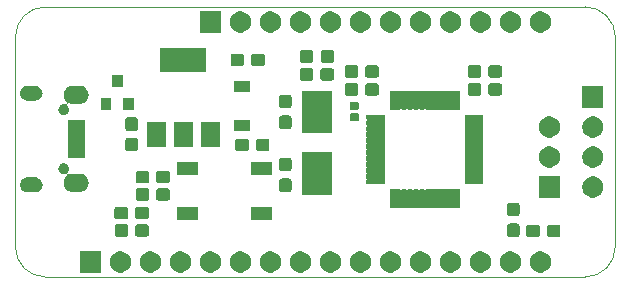
<source format=gbr>
G04 #@! TF.GenerationSoftware,KiCad,Pcbnew,(5.1.5)-2*
G04 #@! TF.CreationDate,2020-08-18T22:47:36+04:00*
G04 #@! TF.ProjectId,stm32f103_feather,73746d33-3266-4313-9033-5f6665617468,rev?*
G04 #@! TF.SameCoordinates,Original*
G04 #@! TF.FileFunction,Soldermask,Top*
G04 #@! TF.FilePolarity,Negative*
%FSLAX46Y46*%
G04 Gerber Fmt 4.6, Leading zero omitted, Abs format (unit mm)*
G04 Created by KiCad (PCBNEW (5.1.5)-2) date 2020-08-18 22:47:36*
%MOMM*%
%LPD*%
G04 APERTURE LIST*
G04 #@! TA.AperFunction,Profile*
%ADD10C,0.050000*%
G04 #@! TD*
%ADD11C,0.150000*%
G04 APERTURE END LIST*
D10*
X175260000Y-76200000D02*
X129540000Y-76200000D01*
X177800000Y-96520000D02*
X177800000Y-78740000D01*
X129540000Y-99060000D02*
X175260000Y-99060000D01*
X127000000Y-78740000D02*
X127000000Y-96520000D01*
X175260000Y-76200000D02*
G75*
G02X177800000Y-78740000I0J-2540000D01*
G01*
X177800000Y-96520000D02*
G75*
G02X175260000Y-99060000I-2540000J0D01*
G01*
X129540000Y-99060000D02*
G75*
G02X127000000Y-96520000I0J2540000D01*
G01*
X127000000Y-78740000D02*
G75*
G02X129540000Y-76200000I2540000J0D01*
G01*
D11*
G36*
X171563512Y-96893927D02*
G01*
X171712812Y-96923624D01*
X171876784Y-96991544D01*
X172024354Y-97090147D01*
X172149853Y-97215646D01*
X172248456Y-97363216D01*
X172316376Y-97527188D01*
X172351000Y-97701259D01*
X172351000Y-97878741D01*
X172316376Y-98052812D01*
X172248456Y-98216784D01*
X172149853Y-98364354D01*
X172024354Y-98489853D01*
X171876784Y-98588456D01*
X171712812Y-98656376D01*
X171563512Y-98686073D01*
X171538742Y-98691000D01*
X171361258Y-98691000D01*
X171336488Y-98686073D01*
X171187188Y-98656376D01*
X171023216Y-98588456D01*
X170875646Y-98489853D01*
X170750147Y-98364354D01*
X170651544Y-98216784D01*
X170583624Y-98052812D01*
X170549000Y-97878741D01*
X170549000Y-97701259D01*
X170583624Y-97527188D01*
X170651544Y-97363216D01*
X170750147Y-97215646D01*
X170875646Y-97090147D01*
X171023216Y-96991544D01*
X171187188Y-96923624D01*
X171336488Y-96893927D01*
X171361258Y-96889000D01*
X171538742Y-96889000D01*
X171563512Y-96893927D01*
G37*
G36*
X151243512Y-96893927D02*
G01*
X151392812Y-96923624D01*
X151556784Y-96991544D01*
X151704354Y-97090147D01*
X151829853Y-97215646D01*
X151928456Y-97363216D01*
X151996376Y-97527188D01*
X152031000Y-97701259D01*
X152031000Y-97878741D01*
X151996376Y-98052812D01*
X151928456Y-98216784D01*
X151829853Y-98364354D01*
X151704354Y-98489853D01*
X151556784Y-98588456D01*
X151392812Y-98656376D01*
X151243512Y-98686073D01*
X151218742Y-98691000D01*
X151041258Y-98691000D01*
X151016488Y-98686073D01*
X150867188Y-98656376D01*
X150703216Y-98588456D01*
X150555646Y-98489853D01*
X150430147Y-98364354D01*
X150331544Y-98216784D01*
X150263624Y-98052812D01*
X150229000Y-97878741D01*
X150229000Y-97701259D01*
X150263624Y-97527188D01*
X150331544Y-97363216D01*
X150430147Y-97215646D01*
X150555646Y-97090147D01*
X150703216Y-96991544D01*
X150867188Y-96923624D01*
X151016488Y-96893927D01*
X151041258Y-96889000D01*
X151218742Y-96889000D01*
X151243512Y-96893927D01*
G37*
G36*
X134251000Y-98691000D02*
G01*
X132449000Y-98691000D01*
X132449000Y-96889000D01*
X134251000Y-96889000D01*
X134251000Y-98691000D01*
G37*
G36*
X136003512Y-96893927D02*
G01*
X136152812Y-96923624D01*
X136316784Y-96991544D01*
X136464354Y-97090147D01*
X136589853Y-97215646D01*
X136688456Y-97363216D01*
X136756376Y-97527188D01*
X136791000Y-97701259D01*
X136791000Y-97878741D01*
X136756376Y-98052812D01*
X136688456Y-98216784D01*
X136589853Y-98364354D01*
X136464354Y-98489853D01*
X136316784Y-98588456D01*
X136152812Y-98656376D01*
X136003512Y-98686073D01*
X135978742Y-98691000D01*
X135801258Y-98691000D01*
X135776488Y-98686073D01*
X135627188Y-98656376D01*
X135463216Y-98588456D01*
X135315646Y-98489853D01*
X135190147Y-98364354D01*
X135091544Y-98216784D01*
X135023624Y-98052812D01*
X134989000Y-97878741D01*
X134989000Y-97701259D01*
X135023624Y-97527188D01*
X135091544Y-97363216D01*
X135190147Y-97215646D01*
X135315646Y-97090147D01*
X135463216Y-96991544D01*
X135627188Y-96923624D01*
X135776488Y-96893927D01*
X135801258Y-96889000D01*
X135978742Y-96889000D01*
X136003512Y-96893927D01*
G37*
G36*
X138543512Y-96893927D02*
G01*
X138692812Y-96923624D01*
X138856784Y-96991544D01*
X139004354Y-97090147D01*
X139129853Y-97215646D01*
X139228456Y-97363216D01*
X139296376Y-97527188D01*
X139331000Y-97701259D01*
X139331000Y-97878741D01*
X139296376Y-98052812D01*
X139228456Y-98216784D01*
X139129853Y-98364354D01*
X139004354Y-98489853D01*
X138856784Y-98588456D01*
X138692812Y-98656376D01*
X138543512Y-98686073D01*
X138518742Y-98691000D01*
X138341258Y-98691000D01*
X138316488Y-98686073D01*
X138167188Y-98656376D01*
X138003216Y-98588456D01*
X137855646Y-98489853D01*
X137730147Y-98364354D01*
X137631544Y-98216784D01*
X137563624Y-98052812D01*
X137529000Y-97878741D01*
X137529000Y-97701259D01*
X137563624Y-97527188D01*
X137631544Y-97363216D01*
X137730147Y-97215646D01*
X137855646Y-97090147D01*
X138003216Y-96991544D01*
X138167188Y-96923624D01*
X138316488Y-96893927D01*
X138341258Y-96889000D01*
X138518742Y-96889000D01*
X138543512Y-96893927D01*
G37*
G36*
X141083512Y-96893927D02*
G01*
X141232812Y-96923624D01*
X141396784Y-96991544D01*
X141544354Y-97090147D01*
X141669853Y-97215646D01*
X141768456Y-97363216D01*
X141836376Y-97527188D01*
X141871000Y-97701259D01*
X141871000Y-97878741D01*
X141836376Y-98052812D01*
X141768456Y-98216784D01*
X141669853Y-98364354D01*
X141544354Y-98489853D01*
X141396784Y-98588456D01*
X141232812Y-98656376D01*
X141083512Y-98686073D01*
X141058742Y-98691000D01*
X140881258Y-98691000D01*
X140856488Y-98686073D01*
X140707188Y-98656376D01*
X140543216Y-98588456D01*
X140395646Y-98489853D01*
X140270147Y-98364354D01*
X140171544Y-98216784D01*
X140103624Y-98052812D01*
X140069000Y-97878741D01*
X140069000Y-97701259D01*
X140103624Y-97527188D01*
X140171544Y-97363216D01*
X140270147Y-97215646D01*
X140395646Y-97090147D01*
X140543216Y-96991544D01*
X140707188Y-96923624D01*
X140856488Y-96893927D01*
X140881258Y-96889000D01*
X141058742Y-96889000D01*
X141083512Y-96893927D01*
G37*
G36*
X143623512Y-96893927D02*
G01*
X143772812Y-96923624D01*
X143936784Y-96991544D01*
X144084354Y-97090147D01*
X144209853Y-97215646D01*
X144308456Y-97363216D01*
X144376376Y-97527188D01*
X144411000Y-97701259D01*
X144411000Y-97878741D01*
X144376376Y-98052812D01*
X144308456Y-98216784D01*
X144209853Y-98364354D01*
X144084354Y-98489853D01*
X143936784Y-98588456D01*
X143772812Y-98656376D01*
X143623512Y-98686073D01*
X143598742Y-98691000D01*
X143421258Y-98691000D01*
X143396488Y-98686073D01*
X143247188Y-98656376D01*
X143083216Y-98588456D01*
X142935646Y-98489853D01*
X142810147Y-98364354D01*
X142711544Y-98216784D01*
X142643624Y-98052812D01*
X142609000Y-97878741D01*
X142609000Y-97701259D01*
X142643624Y-97527188D01*
X142711544Y-97363216D01*
X142810147Y-97215646D01*
X142935646Y-97090147D01*
X143083216Y-96991544D01*
X143247188Y-96923624D01*
X143396488Y-96893927D01*
X143421258Y-96889000D01*
X143598742Y-96889000D01*
X143623512Y-96893927D01*
G37*
G36*
X146163512Y-96893927D02*
G01*
X146312812Y-96923624D01*
X146476784Y-96991544D01*
X146624354Y-97090147D01*
X146749853Y-97215646D01*
X146848456Y-97363216D01*
X146916376Y-97527188D01*
X146951000Y-97701259D01*
X146951000Y-97878741D01*
X146916376Y-98052812D01*
X146848456Y-98216784D01*
X146749853Y-98364354D01*
X146624354Y-98489853D01*
X146476784Y-98588456D01*
X146312812Y-98656376D01*
X146163512Y-98686073D01*
X146138742Y-98691000D01*
X145961258Y-98691000D01*
X145936488Y-98686073D01*
X145787188Y-98656376D01*
X145623216Y-98588456D01*
X145475646Y-98489853D01*
X145350147Y-98364354D01*
X145251544Y-98216784D01*
X145183624Y-98052812D01*
X145149000Y-97878741D01*
X145149000Y-97701259D01*
X145183624Y-97527188D01*
X145251544Y-97363216D01*
X145350147Y-97215646D01*
X145475646Y-97090147D01*
X145623216Y-96991544D01*
X145787188Y-96923624D01*
X145936488Y-96893927D01*
X145961258Y-96889000D01*
X146138742Y-96889000D01*
X146163512Y-96893927D01*
G37*
G36*
X148703512Y-96893927D02*
G01*
X148852812Y-96923624D01*
X149016784Y-96991544D01*
X149164354Y-97090147D01*
X149289853Y-97215646D01*
X149388456Y-97363216D01*
X149456376Y-97527188D01*
X149491000Y-97701259D01*
X149491000Y-97878741D01*
X149456376Y-98052812D01*
X149388456Y-98216784D01*
X149289853Y-98364354D01*
X149164354Y-98489853D01*
X149016784Y-98588456D01*
X148852812Y-98656376D01*
X148703512Y-98686073D01*
X148678742Y-98691000D01*
X148501258Y-98691000D01*
X148476488Y-98686073D01*
X148327188Y-98656376D01*
X148163216Y-98588456D01*
X148015646Y-98489853D01*
X147890147Y-98364354D01*
X147791544Y-98216784D01*
X147723624Y-98052812D01*
X147689000Y-97878741D01*
X147689000Y-97701259D01*
X147723624Y-97527188D01*
X147791544Y-97363216D01*
X147890147Y-97215646D01*
X148015646Y-97090147D01*
X148163216Y-96991544D01*
X148327188Y-96923624D01*
X148476488Y-96893927D01*
X148501258Y-96889000D01*
X148678742Y-96889000D01*
X148703512Y-96893927D01*
G37*
G36*
X156323512Y-96893927D02*
G01*
X156472812Y-96923624D01*
X156636784Y-96991544D01*
X156784354Y-97090147D01*
X156909853Y-97215646D01*
X157008456Y-97363216D01*
X157076376Y-97527188D01*
X157111000Y-97701259D01*
X157111000Y-97878741D01*
X157076376Y-98052812D01*
X157008456Y-98216784D01*
X156909853Y-98364354D01*
X156784354Y-98489853D01*
X156636784Y-98588456D01*
X156472812Y-98656376D01*
X156323512Y-98686073D01*
X156298742Y-98691000D01*
X156121258Y-98691000D01*
X156096488Y-98686073D01*
X155947188Y-98656376D01*
X155783216Y-98588456D01*
X155635646Y-98489853D01*
X155510147Y-98364354D01*
X155411544Y-98216784D01*
X155343624Y-98052812D01*
X155309000Y-97878741D01*
X155309000Y-97701259D01*
X155343624Y-97527188D01*
X155411544Y-97363216D01*
X155510147Y-97215646D01*
X155635646Y-97090147D01*
X155783216Y-96991544D01*
X155947188Y-96923624D01*
X156096488Y-96893927D01*
X156121258Y-96889000D01*
X156298742Y-96889000D01*
X156323512Y-96893927D01*
G37*
G36*
X158863512Y-96893927D02*
G01*
X159012812Y-96923624D01*
X159176784Y-96991544D01*
X159324354Y-97090147D01*
X159449853Y-97215646D01*
X159548456Y-97363216D01*
X159616376Y-97527188D01*
X159651000Y-97701259D01*
X159651000Y-97878741D01*
X159616376Y-98052812D01*
X159548456Y-98216784D01*
X159449853Y-98364354D01*
X159324354Y-98489853D01*
X159176784Y-98588456D01*
X159012812Y-98656376D01*
X158863512Y-98686073D01*
X158838742Y-98691000D01*
X158661258Y-98691000D01*
X158636488Y-98686073D01*
X158487188Y-98656376D01*
X158323216Y-98588456D01*
X158175646Y-98489853D01*
X158050147Y-98364354D01*
X157951544Y-98216784D01*
X157883624Y-98052812D01*
X157849000Y-97878741D01*
X157849000Y-97701259D01*
X157883624Y-97527188D01*
X157951544Y-97363216D01*
X158050147Y-97215646D01*
X158175646Y-97090147D01*
X158323216Y-96991544D01*
X158487188Y-96923624D01*
X158636488Y-96893927D01*
X158661258Y-96889000D01*
X158838742Y-96889000D01*
X158863512Y-96893927D01*
G37*
G36*
X161403512Y-96893927D02*
G01*
X161552812Y-96923624D01*
X161716784Y-96991544D01*
X161864354Y-97090147D01*
X161989853Y-97215646D01*
X162088456Y-97363216D01*
X162156376Y-97527188D01*
X162191000Y-97701259D01*
X162191000Y-97878741D01*
X162156376Y-98052812D01*
X162088456Y-98216784D01*
X161989853Y-98364354D01*
X161864354Y-98489853D01*
X161716784Y-98588456D01*
X161552812Y-98656376D01*
X161403512Y-98686073D01*
X161378742Y-98691000D01*
X161201258Y-98691000D01*
X161176488Y-98686073D01*
X161027188Y-98656376D01*
X160863216Y-98588456D01*
X160715646Y-98489853D01*
X160590147Y-98364354D01*
X160491544Y-98216784D01*
X160423624Y-98052812D01*
X160389000Y-97878741D01*
X160389000Y-97701259D01*
X160423624Y-97527188D01*
X160491544Y-97363216D01*
X160590147Y-97215646D01*
X160715646Y-97090147D01*
X160863216Y-96991544D01*
X161027188Y-96923624D01*
X161176488Y-96893927D01*
X161201258Y-96889000D01*
X161378742Y-96889000D01*
X161403512Y-96893927D01*
G37*
G36*
X163943512Y-96893927D02*
G01*
X164092812Y-96923624D01*
X164256784Y-96991544D01*
X164404354Y-97090147D01*
X164529853Y-97215646D01*
X164628456Y-97363216D01*
X164696376Y-97527188D01*
X164731000Y-97701259D01*
X164731000Y-97878741D01*
X164696376Y-98052812D01*
X164628456Y-98216784D01*
X164529853Y-98364354D01*
X164404354Y-98489853D01*
X164256784Y-98588456D01*
X164092812Y-98656376D01*
X163943512Y-98686073D01*
X163918742Y-98691000D01*
X163741258Y-98691000D01*
X163716488Y-98686073D01*
X163567188Y-98656376D01*
X163403216Y-98588456D01*
X163255646Y-98489853D01*
X163130147Y-98364354D01*
X163031544Y-98216784D01*
X162963624Y-98052812D01*
X162929000Y-97878741D01*
X162929000Y-97701259D01*
X162963624Y-97527188D01*
X163031544Y-97363216D01*
X163130147Y-97215646D01*
X163255646Y-97090147D01*
X163403216Y-96991544D01*
X163567188Y-96923624D01*
X163716488Y-96893927D01*
X163741258Y-96889000D01*
X163918742Y-96889000D01*
X163943512Y-96893927D01*
G37*
G36*
X166483512Y-96893927D02*
G01*
X166632812Y-96923624D01*
X166796784Y-96991544D01*
X166944354Y-97090147D01*
X167069853Y-97215646D01*
X167168456Y-97363216D01*
X167236376Y-97527188D01*
X167271000Y-97701259D01*
X167271000Y-97878741D01*
X167236376Y-98052812D01*
X167168456Y-98216784D01*
X167069853Y-98364354D01*
X166944354Y-98489853D01*
X166796784Y-98588456D01*
X166632812Y-98656376D01*
X166483512Y-98686073D01*
X166458742Y-98691000D01*
X166281258Y-98691000D01*
X166256488Y-98686073D01*
X166107188Y-98656376D01*
X165943216Y-98588456D01*
X165795646Y-98489853D01*
X165670147Y-98364354D01*
X165571544Y-98216784D01*
X165503624Y-98052812D01*
X165469000Y-97878741D01*
X165469000Y-97701259D01*
X165503624Y-97527188D01*
X165571544Y-97363216D01*
X165670147Y-97215646D01*
X165795646Y-97090147D01*
X165943216Y-96991544D01*
X166107188Y-96923624D01*
X166256488Y-96893927D01*
X166281258Y-96889000D01*
X166458742Y-96889000D01*
X166483512Y-96893927D01*
G37*
G36*
X169023512Y-96893927D02*
G01*
X169172812Y-96923624D01*
X169336784Y-96991544D01*
X169484354Y-97090147D01*
X169609853Y-97215646D01*
X169708456Y-97363216D01*
X169776376Y-97527188D01*
X169811000Y-97701259D01*
X169811000Y-97878741D01*
X169776376Y-98052812D01*
X169708456Y-98216784D01*
X169609853Y-98364354D01*
X169484354Y-98489853D01*
X169336784Y-98588456D01*
X169172812Y-98656376D01*
X169023512Y-98686073D01*
X168998742Y-98691000D01*
X168821258Y-98691000D01*
X168796488Y-98686073D01*
X168647188Y-98656376D01*
X168483216Y-98588456D01*
X168335646Y-98489853D01*
X168210147Y-98364354D01*
X168111544Y-98216784D01*
X168043624Y-98052812D01*
X168009000Y-97878741D01*
X168009000Y-97701259D01*
X168043624Y-97527188D01*
X168111544Y-97363216D01*
X168210147Y-97215646D01*
X168335646Y-97090147D01*
X168483216Y-96991544D01*
X168647188Y-96923624D01*
X168796488Y-96893927D01*
X168821258Y-96889000D01*
X168998742Y-96889000D01*
X169023512Y-96893927D01*
G37*
G36*
X153783512Y-96893927D02*
G01*
X153932812Y-96923624D01*
X154096784Y-96991544D01*
X154244354Y-97090147D01*
X154369853Y-97215646D01*
X154468456Y-97363216D01*
X154536376Y-97527188D01*
X154571000Y-97701259D01*
X154571000Y-97878741D01*
X154536376Y-98052812D01*
X154468456Y-98216784D01*
X154369853Y-98364354D01*
X154244354Y-98489853D01*
X154096784Y-98588456D01*
X153932812Y-98656376D01*
X153783512Y-98686073D01*
X153758742Y-98691000D01*
X153581258Y-98691000D01*
X153556488Y-98686073D01*
X153407188Y-98656376D01*
X153243216Y-98588456D01*
X153095646Y-98489853D01*
X152970147Y-98364354D01*
X152871544Y-98216784D01*
X152803624Y-98052812D01*
X152769000Y-97878741D01*
X152769000Y-97701259D01*
X152803624Y-97527188D01*
X152871544Y-97363216D01*
X152970147Y-97215646D01*
X153095646Y-97090147D01*
X153243216Y-96991544D01*
X153407188Y-96923624D01*
X153556488Y-96893927D01*
X153581258Y-96889000D01*
X153758742Y-96889000D01*
X153783512Y-96893927D01*
G37*
G36*
X169528499Y-94537445D02*
G01*
X169565995Y-94548820D01*
X169600554Y-94567292D01*
X169630847Y-94592153D01*
X169655708Y-94622446D01*
X169674180Y-94657005D01*
X169685555Y-94694501D01*
X169690000Y-94739638D01*
X169690000Y-95478362D01*
X169685555Y-95523499D01*
X169674180Y-95560995D01*
X169655708Y-95595554D01*
X169630847Y-95625847D01*
X169600554Y-95650708D01*
X169565995Y-95669180D01*
X169528499Y-95680555D01*
X169483362Y-95685000D01*
X168844638Y-95685000D01*
X168799501Y-95680555D01*
X168762005Y-95669180D01*
X168727446Y-95650708D01*
X168697153Y-95625847D01*
X168672292Y-95595554D01*
X168653820Y-95560995D01*
X168642445Y-95523499D01*
X168638000Y-95478362D01*
X168638000Y-94739638D01*
X168642445Y-94694501D01*
X168653820Y-94657005D01*
X168672292Y-94622446D01*
X168697153Y-94592153D01*
X168727446Y-94567292D01*
X168762005Y-94548820D01*
X168799501Y-94537445D01*
X168844638Y-94533000D01*
X169483362Y-94533000D01*
X169528499Y-94537445D01*
G37*
G36*
X171243499Y-94636945D02*
G01*
X171280995Y-94648320D01*
X171315554Y-94666792D01*
X171345847Y-94691653D01*
X171370708Y-94721946D01*
X171389180Y-94756505D01*
X171400555Y-94794001D01*
X171405000Y-94839138D01*
X171405000Y-95477862D01*
X171400555Y-95522999D01*
X171389180Y-95560495D01*
X171370708Y-95595054D01*
X171345847Y-95625347D01*
X171315554Y-95650208D01*
X171280995Y-95668680D01*
X171243499Y-95680055D01*
X171198362Y-95684500D01*
X170459638Y-95684500D01*
X170414501Y-95680055D01*
X170377005Y-95668680D01*
X170342446Y-95650208D01*
X170312153Y-95625347D01*
X170287292Y-95595054D01*
X170268820Y-95560495D01*
X170257445Y-95522999D01*
X170253000Y-95477862D01*
X170253000Y-94839138D01*
X170257445Y-94794001D01*
X170268820Y-94756505D01*
X170287292Y-94721946D01*
X170312153Y-94691653D01*
X170342446Y-94666792D01*
X170377005Y-94648320D01*
X170414501Y-94636945D01*
X170459638Y-94632500D01*
X171198362Y-94632500D01*
X171243499Y-94636945D01*
G37*
G36*
X172993499Y-94636945D02*
G01*
X173030995Y-94648320D01*
X173065554Y-94666792D01*
X173095847Y-94691653D01*
X173120708Y-94721946D01*
X173139180Y-94756505D01*
X173150555Y-94794001D01*
X173155000Y-94839138D01*
X173155000Y-95477862D01*
X173150555Y-95522999D01*
X173139180Y-95560495D01*
X173120708Y-95595054D01*
X173095847Y-95625347D01*
X173065554Y-95650208D01*
X173030995Y-95668680D01*
X172993499Y-95680055D01*
X172948362Y-95684500D01*
X172209638Y-95684500D01*
X172164501Y-95680055D01*
X172127005Y-95668680D01*
X172092446Y-95650208D01*
X172062153Y-95625347D01*
X172037292Y-95595054D01*
X172018820Y-95560495D01*
X172007445Y-95522999D01*
X172003000Y-95477862D01*
X172003000Y-94839138D01*
X172007445Y-94794001D01*
X172018820Y-94756505D01*
X172037292Y-94721946D01*
X172062153Y-94691653D01*
X172092446Y-94666792D01*
X172127005Y-94648320D01*
X172164501Y-94636945D01*
X172209638Y-94632500D01*
X172948362Y-94632500D01*
X172993499Y-94636945D01*
G37*
G36*
X136395999Y-94601445D02*
G01*
X136433495Y-94612820D01*
X136468054Y-94631292D01*
X136498347Y-94656153D01*
X136523208Y-94686446D01*
X136541680Y-94721005D01*
X136553055Y-94758501D01*
X136557500Y-94803638D01*
X136557500Y-95442362D01*
X136553055Y-95487499D01*
X136541680Y-95524995D01*
X136523208Y-95559554D01*
X136498347Y-95589847D01*
X136468054Y-95614708D01*
X136433495Y-95633180D01*
X136395999Y-95644555D01*
X136350862Y-95649000D01*
X135612138Y-95649000D01*
X135567001Y-95644555D01*
X135529505Y-95633180D01*
X135494946Y-95614708D01*
X135464653Y-95589847D01*
X135439792Y-95559554D01*
X135421320Y-95524995D01*
X135409945Y-95487499D01*
X135405500Y-95442362D01*
X135405500Y-94803638D01*
X135409945Y-94758501D01*
X135421320Y-94721005D01*
X135439792Y-94686446D01*
X135464653Y-94656153D01*
X135494946Y-94631292D01*
X135529505Y-94612820D01*
X135567001Y-94601445D01*
X135612138Y-94597000D01*
X136350862Y-94597000D01*
X136395999Y-94601445D01*
G37*
G36*
X138145999Y-94601445D02*
G01*
X138183495Y-94612820D01*
X138218054Y-94631292D01*
X138248347Y-94656153D01*
X138273208Y-94686446D01*
X138291680Y-94721005D01*
X138303055Y-94758501D01*
X138307500Y-94803638D01*
X138307500Y-95442362D01*
X138303055Y-95487499D01*
X138291680Y-95524995D01*
X138273208Y-95559554D01*
X138248347Y-95589847D01*
X138218054Y-95614708D01*
X138183495Y-95633180D01*
X138145999Y-95644555D01*
X138100862Y-95649000D01*
X137362138Y-95649000D01*
X137317001Y-95644555D01*
X137279505Y-95633180D01*
X137244946Y-95614708D01*
X137214653Y-95589847D01*
X137189792Y-95559554D01*
X137171320Y-95524995D01*
X137159945Y-95487499D01*
X137155500Y-95442362D01*
X137155500Y-94803638D01*
X137159945Y-94758501D01*
X137171320Y-94721005D01*
X137189792Y-94686446D01*
X137214653Y-94656153D01*
X137244946Y-94631292D01*
X137279505Y-94612820D01*
X137317001Y-94601445D01*
X137362138Y-94597000D01*
X138100862Y-94597000D01*
X138145999Y-94601445D01*
G37*
G36*
X148767500Y-94272000D02*
G01*
X146965500Y-94272000D01*
X146965500Y-93170000D01*
X148767500Y-93170000D01*
X148767500Y-94272000D01*
G37*
G36*
X142467500Y-94272000D02*
G01*
X140665500Y-94272000D01*
X140665500Y-93170000D01*
X142467500Y-93170000D01*
X142467500Y-94272000D01*
G37*
G36*
X138131999Y-93140945D02*
G01*
X138169495Y-93152320D01*
X138204054Y-93170792D01*
X138234347Y-93195653D01*
X138259208Y-93225946D01*
X138277680Y-93260505D01*
X138289055Y-93298001D01*
X138293500Y-93343138D01*
X138293500Y-93981862D01*
X138289055Y-94026999D01*
X138277680Y-94064495D01*
X138259208Y-94099054D01*
X138234347Y-94129347D01*
X138204054Y-94154208D01*
X138169495Y-94172680D01*
X138131999Y-94184055D01*
X138086862Y-94188500D01*
X137348138Y-94188500D01*
X137303001Y-94184055D01*
X137265505Y-94172680D01*
X137230946Y-94154208D01*
X137200653Y-94129347D01*
X137175792Y-94099054D01*
X137157320Y-94064495D01*
X137145945Y-94026999D01*
X137141500Y-93981862D01*
X137141500Y-93343138D01*
X137145945Y-93298001D01*
X137157320Y-93260505D01*
X137175792Y-93225946D01*
X137200653Y-93195653D01*
X137230946Y-93170792D01*
X137265505Y-93152320D01*
X137303001Y-93140945D01*
X137348138Y-93136500D01*
X138086862Y-93136500D01*
X138131999Y-93140945D01*
G37*
G36*
X136381999Y-93140945D02*
G01*
X136419495Y-93152320D01*
X136454054Y-93170792D01*
X136484347Y-93195653D01*
X136509208Y-93225946D01*
X136527680Y-93260505D01*
X136539055Y-93298001D01*
X136543500Y-93343138D01*
X136543500Y-93981862D01*
X136539055Y-94026999D01*
X136527680Y-94064495D01*
X136509208Y-94099054D01*
X136484347Y-94129347D01*
X136454054Y-94154208D01*
X136419495Y-94172680D01*
X136381999Y-94184055D01*
X136336862Y-94188500D01*
X135598138Y-94188500D01*
X135553001Y-94184055D01*
X135515505Y-94172680D01*
X135480946Y-94154208D01*
X135450653Y-94129347D01*
X135425792Y-94099054D01*
X135407320Y-94064495D01*
X135395945Y-94026999D01*
X135391500Y-93981862D01*
X135391500Y-93343138D01*
X135395945Y-93298001D01*
X135407320Y-93260505D01*
X135425792Y-93225946D01*
X135450653Y-93195653D01*
X135480946Y-93170792D01*
X135515505Y-93152320D01*
X135553001Y-93140945D01*
X135598138Y-93136500D01*
X136336862Y-93136500D01*
X136381999Y-93140945D01*
G37*
G36*
X169528499Y-92787445D02*
G01*
X169565995Y-92798820D01*
X169600554Y-92817292D01*
X169630847Y-92842153D01*
X169655708Y-92872446D01*
X169674180Y-92907005D01*
X169685555Y-92944501D01*
X169690000Y-92989638D01*
X169690000Y-93728362D01*
X169685555Y-93773499D01*
X169674180Y-93810995D01*
X169655708Y-93845554D01*
X169630847Y-93875847D01*
X169600554Y-93900708D01*
X169565995Y-93919180D01*
X169528499Y-93930555D01*
X169483362Y-93935000D01*
X168844638Y-93935000D01*
X168799501Y-93930555D01*
X168762005Y-93919180D01*
X168727446Y-93900708D01*
X168697153Y-93875847D01*
X168672292Y-93845554D01*
X168653820Y-93810995D01*
X168642445Y-93773499D01*
X168638000Y-93728362D01*
X168638000Y-92989638D01*
X168642445Y-92944501D01*
X168653820Y-92907005D01*
X168672292Y-92872446D01*
X168697153Y-92842153D01*
X168727446Y-92817292D01*
X168762005Y-92798820D01*
X168799501Y-92787445D01*
X168844638Y-92783000D01*
X169483362Y-92783000D01*
X169528499Y-92787445D01*
G37*
G36*
X159091295Y-91640323D02*
G01*
X159098309Y-91642451D01*
X159112077Y-91649810D01*
X159134716Y-91659187D01*
X159158749Y-91663967D01*
X159183253Y-91663967D01*
X159207286Y-91659186D01*
X159229923Y-91649810D01*
X159243691Y-91642451D01*
X159250705Y-91640323D01*
X159264140Y-91639000D01*
X159577860Y-91639000D01*
X159591295Y-91640323D01*
X159598309Y-91642451D01*
X159612077Y-91649810D01*
X159634716Y-91659187D01*
X159658749Y-91663967D01*
X159683253Y-91663967D01*
X159707286Y-91659186D01*
X159729923Y-91649810D01*
X159743691Y-91642451D01*
X159750705Y-91640323D01*
X159764140Y-91639000D01*
X160077860Y-91639000D01*
X160091295Y-91640323D01*
X160098309Y-91642451D01*
X160112077Y-91649810D01*
X160134716Y-91659187D01*
X160158749Y-91663967D01*
X160183253Y-91663967D01*
X160207286Y-91659186D01*
X160229923Y-91649810D01*
X160243691Y-91642451D01*
X160250705Y-91640323D01*
X160264140Y-91639000D01*
X160577860Y-91639000D01*
X160591295Y-91640323D01*
X160598309Y-91642451D01*
X160612077Y-91649810D01*
X160634716Y-91659187D01*
X160658749Y-91663967D01*
X160683253Y-91663967D01*
X160707286Y-91659186D01*
X160729923Y-91649810D01*
X160743691Y-91642451D01*
X160750705Y-91640323D01*
X160764140Y-91639000D01*
X161077860Y-91639000D01*
X161091295Y-91640323D01*
X161098309Y-91642451D01*
X161112077Y-91649810D01*
X161134716Y-91659187D01*
X161158749Y-91663967D01*
X161183253Y-91663967D01*
X161207286Y-91659186D01*
X161229923Y-91649810D01*
X161243691Y-91642451D01*
X161250705Y-91640323D01*
X161264140Y-91639000D01*
X161577860Y-91639000D01*
X161591295Y-91640323D01*
X161598309Y-91642451D01*
X161612077Y-91649810D01*
X161634716Y-91659187D01*
X161658749Y-91663967D01*
X161683253Y-91663967D01*
X161707286Y-91659186D01*
X161729923Y-91649810D01*
X161743691Y-91642451D01*
X161750705Y-91640323D01*
X161764140Y-91639000D01*
X162077860Y-91639000D01*
X162091295Y-91640323D01*
X162098309Y-91642451D01*
X162112077Y-91649810D01*
X162134716Y-91659187D01*
X162158749Y-91663967D01*
X162183253Y-91663967D01*
X162207286Y-91659186D01*
X162229923Y-91649810D01*
X162243691Y-91642451D01*
X162250705Y-91640323D01*
X162264140Y-91639000D01*
X162577860Y-91639000D01*
X162591295Y-91640323D01*
X162598309Y-91642451D01*
X162612077Y-91649810D01*
X162634716Y-91659187D01*
X162658749Y-91663967D01*
X162683253Y-91663967D01*
X162707286Y-91659186D01*
X162729923Y-91649810D01*
X162743691Y-91642451D01*
X162750705Y-91640323D01*
X162764140Y-91639000D01*
X163077860Y-91639000D01*
X163091295Y-91640323D01*
X163098309Y-91642451D01*
X163112077Y-91649810D01*
X163134716Y-91659187D01*
X163158749Y-91663967D01*
X163183253Y-91663967D01*
X163207286Y-91659186D01*
X163229923Y-91649810D01*
X163243691Y-91642451D01*
X163250705Y-91640323D01*
X163264140Y-91639000D01*
X163577860Y-91639000D01*
X163591295Y-91640323D01*
X163598309Y-91642451D01*
X163612077Y-91649810D01*
X163634716Y-91659187D01*
X163658749Y-91663967D01*
X163683253Y-91663967D01*
X163707286Y-91659186D01*
X163729923Y-91649810D01*
X163743691Y-91642451D01*
X163750705Y-91640323D01*
X163764140Y-91639000D01*
X164077860Y-91639000D01*
X164091295Y-91640323D01*
X164098309Y-91642451D01*
X164112077Y-91649810D01*
X164134716Y-91659187D01*
X164158749Y-91663967D01*
X164183253Y-91663967D01*
X164207286Y-91659186D01*
X164229923Y-91649810D01*
X164243691Y-91642451D01*
X164250705Y-91640323D01*
X164264140Y-91639000D01*
X164577860Y-91639000D01*
X164591295Y-91640323D01*
X164598310Y-91642451D01*
X164604776Y-91645908D01*
X164610442Y-91650558D01*
X164615092Y-91656224D01*
X164618549Y-91662690D01*
X164620677Y-91669705D01*
X164622000Y-91683140D01*
X164622000Y-93171860D01*
X164620677Y-93185295D01*
X164618549Y-93192310D01*
X164615092Y-93198776D01*
X164610442Y-93204442D01*
X164604776Y-93209092D01*
X164598310Y-93212549D01*
X164591295Y-93214677D01*
X164577860Y-93216000D01*
X164264140Y-93216000D01*
X164250705Y-93214677D01*
X164243691Y-93212549D01*
X164229923Y-93205190D01*
X164207284Y-93195813D01*
X164183251Y-93191033D01*
X164158747Y-93191033D01*
X164134714Y-93195814D01*
X164112077Y-93205190D01*
X164098309Y-93212549D01*
X164091295Y-93214677D01*
X164077860Y-93216000D01*
X163764140Y-93216000D01*
X163750705Y-93214677D01*
X163743691Y-93212549D01*
X163729923Y-93205190D01*
X163707284Y-93195813D01*
X163683251Y-93191033D01*
X163658747Y-93191033D01*
X163634714Y-93195814D01*
X163612077Y-93205190D01*
X163598309Y-93212549D01*
X163591295Y-93214677D01*
X163577860Y-93216000D01*
X163264140Y-93216000D01*
X163250705Y-93214677D01*
X163243691Y-93212549D01*
X163229923Y-93205190D01*
X163207284Y-93195813D01*
X163183251Y-93191033D01*
X163158747Y-93191033D01*
X163134714Y-93195814D01*
X163112077Y-93205190D01*
X163098309Y-93212549D01*
X163091295Y-93214677D01*
X163077860Y-93216000D01*
X162764140Y-93216000D01*
X162750705Y-93214677D01*
X162743691Y-93212549D01*
X162729923Y-93205190D01*
X162707284Y-93195813D01*
X162683251Y-93191033D01*
X162658747Y-93191033D01*
X162634714Y-93195814D01*
X162612077Y-93205190D01*
X162598309Y-93212549D01*
X162591295Y-93214677D01*
X162577860Y-93216000D01*
X162264140Y-93216000D01*
X162250705Y-93214677D01*
X162243691Y-93212549D01*
X162229923Y-93205190D01*
X162207284Y-93195813D01*
X162183251Y-93191033D01*
X162158747Y-93191033D01*
X162134714Y-93195814D01*
X162112077Y-93205190D01*
X162098309Y-93212549D01*
X162091295Y-93214677D01*
X162077860Y-93216000D01*
X161764140Y-93216000D01*
X161750705Y-93214677D01*
X161743691Y-93212549D01*
X161729923Y-93205190D01*
X161707284Y-93195813D01*
X161683251Y-93191033D01*
X161658747Y-93191033D01*
X161634714Y-93195814D01*
X161612077Y-93205190D01*
X161598309Y-93212549D01*
X161591295Y-93214677D01*
X161577860Y-93216000D01*
X161264140Y-93216000D01*
X161250705Y-93214677D01*
X161243691Y-93212549D01*
X161229923Y-93205190D01*
X161207284Y-93195813D01*
X161183251Y-93191033D01*
X161158747Y-93191033D01*
X161134714Y-93195814D01*
X161112077Y-93205190D01*
X161098309Y-93212549D01*
X161091295Y-93214677D01*
X161077860Y-93216000D01*
X160764140Y-93216000D01*
X160750705Y-93214677D01*
X160743691Y-93212549D01*
X160729923Y-93205190D01*
X160707284Y-93195813D01*
X160683251Y-93191033D01*
X160658747Y-93191033D01*
X160634714Y-93195814D01*
X160612077Y-93205190D01*
X160598309Y-93212549D01*
X160591295Y-93214677D01*
X160577860Y-93216000D01*
X160264140Y-93216000D01*
X160250705Y-93214677D01*
X160243691Y-93212549D01*
X160229923Y-93205190D01*
X160207284Y-93195813D01*
X160183251Y-93191033D01*
X160158747Y-93191033D01*
X160134714Y-93195814D01*
X160112077Y-93205190D01*
X160098309Y-93212549D01*
X160091295Y-93214677D01*
X160077860Y-93216000D01*
X159764140Y-93216000D01*
X159750705Y-93214677D01*
X159743691Y-93212549D01*
X159729923Y-93205190D01*
X159707284Y-93195813D01*
X159683251Y-93191033D01*
X159658747Y-93191033D01*
X159634714Y-93195814D01*
X159612077Y-93205190D01*
X159598309Y-93212549D01*
X159591295Y-93214677D01*
X159577860Y-93216000D01*
X159264140Y-93216000D01*
X159250705Y-93214677D01*
X159243691Y-93212549D01*
X159229923Y-93205190D01*
X159207284Y-93195813D01*
X159183251Y-93191033D01*
X159158747Y-93191033D01*
X159134714Y-93195814D01*
X159112077Y-93205190D01*
X159098309Y-93212549D01*
X159091295Y-93214677D01*
X159077860Y-93216000D01*
X158764140Y-93216000D01*
X158750705Y-93214677D01*
X158743690Y-93212549D01*
X158737224Y-93209092D01*
X158731558Y-93204442D01*
X158726908Y-93198776D01*
X158723451Y-93192310D01*
X158721323Y-93185295D01*
X158720000Y-93171860D01*
X158720000Y-91683140D01*
X158721323Y-91669705D01*
X158723451Y-91662690D01*
X158726908Y-91656224D01*
X158731558Y-91650558D01*
X158737224Y-91645908D01*
X158743690Y-91642451D01*
X158750705Y-91640323D01*
X158764140Y-91639000D01*
X159077860Y-91639000D01*
X159091295Y-91640323D01*
G37*
G36*
X139923999Y-91553445D02*
G01*
X139961495Y-91564820D01*
X139996054Y-91583292D01*
X140026347Y-91608153D01*
X140051208Y-91638446D01*
X140069680Y-91673005D01*
X140081055Y-91710501D01*
X140085500Y-91755638D01*
X140085500Y-92394362D01*
X140081055Y-92439499D01*
X140069680Y-92476995D01*
X140051208Y-92511554D01*
X140026347Y-92541847D01*
X139996054Y-92566708D01*
X139961495Y-92585180D01*
X139923999Y-92596555D01*
X139878862Y-92601000D01*
X139140138Y-92601000D01*
X139095001Y-92596555D01*
X139057505Y-92585180D01*
X139022946Y-92566708D01*
X138992653Y-92541847D01*
X138967792Y-92511554D01*
X138949320Y-92476995D01*
X138937945Y-92439499D01*
X138933500Y-92394362D01*
X138933500Y-91755638D01*
X138937945Y-91710501D01*
X138949320Y-91673005D01*
X138967792Y-91638446D01*
X138992653Y-91608153D01*
X139022946Y-91583292D01*
X139057505Y-91564820D01*
X139095001Y-91553445D01*
X139140138Y-91549000D01*
X139878862Y-91549000D01*
X139923999Y-91553445D01*
G37*
G36*
X138173999Y-91553445D02*
G01*
X138211495Y-91564820D01*
X138246054Y-91583292D01*
X138276347Y-91608153D01*
X138301208Y-91638446D01*
X138319680Y-91673005D01*
X138331055Y-91710501D01*
X138335500Y-91755638D01*
X138335500Y-92394362D01*
X138331055Y-92439499D01*
X138319680Y-92476995D01*
X138301208Y-92511554D01*
X138276347Y-92541847D01*
X138246054Y-92566708D01*
X138211495Y-92585180D01*
X138173999Y-92596555D01*
X138128862Y-92601000D01*
X137390138Y-92601000D01*
X137345001Y-92596555D01*
X137307505Y-92585180D01*
X137272946Y-92566708D01*
X137242653Y-92541847D01*
X137217792Y-92511554D01*
X137199320Y-92476995D01*
X137187945Y-92439499D01*
X137183500Y-92394362D01*
X137183500Y-91755638D01*
X137187945Y-91710501D01*
X137199320Y-91673005D01*
X137217792Y-91638446D01*
X137242653Y-91608153D01*
X137272946Y-91583292D01*
X137307505Y-91564820D01*
X137345001Y-91553445D01*
X137390138Y-91549000D01*
X138128862Y-91549000D01*
X138173999Y-91553445D01*
G37*
G36*
X176008512Y-90543927D02*
G01*
X176157812Y-90573624D01*
X176321784Y-90641544D01*
X176469354Y-90740147D01*
X176594853Y-90865646D01*
X176693456Y-91013216D01*
X176761376Y-91177188D01*
X176791073Y-91326488D01*
X176796000Y-91351258D01*
X176796000Y-91528742D01*
X176794913Y-91534208D01*
X176761376Y-91702812D01*
X176693456Y-91866784D01*
X176594853Y-92014354D01*
X176469354Y-92139853D01*
X176321784Y-92238456D01*
X176157812Y-92306376D01*
X176008512Y-92336073D01*
X175983742Y-92341000D01*
X175806258Y-92341000D01*
X175781488Y-92336073D01*
X175632188Y-92306376D01*
X175468216Y-92238456D01*
X175320646Y-92139853D01*
X175195147Y-92014354D01*
X175096544Y-91866784D01*
X175028624Y-91702812D01*
X174995087Y-91534208D01*
X174994000Y-91528742D01*
X174994000Y-91351258D01*
X174998927Y-91326488D01*
X175028624Y-91177188D01*
X175096544Y-91013216D01*
X175195147Y-90865646D01*
X175320646Y-90740147D01*
X175468216Y-90641544D01*
X175632188Y-90573624D01*
X175781488Y-90543927D01*
X175806258Y-90539000D01*
X175983742Y-90539000D01*
X176008512Y-90543927D01*
G37*
G36*
X173113000Y-92341000D02*
G01*
X171311000Y-92341000D01*
X171311000Y-90539000D01*
X173113000Y-90539000D01*
X173113000Y-92341000D01*
G37*
G36*
X153778000Y-92098000D02*
G01*
X151276000Y-92098000D01*
X151276000Y-88496000D01*
X153778000Y-88496000D01*
X153778000Y-92098000D01*
G37*
G36*
X131233552Y-89442331D02*
G01*
X131310861Y-89474354D01*
X131315629Y-89476329D01*
X131389496Y-89525686D01*
X131452314Y-89588504D01*
X131483454Y-89635107D01*
X131501672Y-89662373D01*
X131535669Y-89744448D01*
X131553000Y-89831579D01*
X131553000Y-89920421D01*
X131535669Y-90007552D01*
X131511522Y-90065847D01*
X131501671Y-90089629D01*
X131489048Y-90108520D01*
X131452315Y-90163495D01*
X131436762Y-90179048D01*
X131421217Y-90197990D01*
X131409666Y-90219601D01*
X131402553Y-90243050D01*
X131400151Y-90267436D01*
X131402553Y-90291822D01*
X131409666Y-90315271D01*
X131421217Y-90336882D01*
X131436762Y-90355824D01*
X131455704Y-90371369D01*
X131477315Y-90382920D01*
X131500764Y-90390033D01*
X131525150Y-90392435D01*
X131549536Y-90390033D01*
X131572985Y-90382920D01*
X131576614Y-90381204D01*
X131578600Y-90380602D01*
X131578601Y-90380601D01*
X131650915Y-90358665D01*
X131724879Y-90336228D01*
X131838882Y-90325000D01*
X132465118Y-90325000D01*
X132579121Y-90336228D01*
X132725402Y-90380602D01*
X132860204Y-90452655D01*
X132860207Y-90452657D01*
X132860208Y-90452658D01*
X132978369Y-90549631D01*
X133053801Y-90641544D01*
X133075345Y-90667796D01*
X133147398Y-90802598D01*
X133191772Y-90948879D01*
X133206754Y-91101000D01*
X133191772Y-91253121D01*
X133147398Y-91399402D01*
X133075345Y-91534204D01*
X133075343Y-91534207D01*
X133075342Y-91534208D01*
X132978369Y-91652369D01*
X132907536Y-91710501D01*
X132860204Y-91749345D01*
X132725402Y-91821398D01*
X132579121Y-91865772D01*
X132465118Y-91877000D01*
X131838882Y-91877000D01*
X131724879Y-91865772D01*
X131578598Y-91821398D01*
X131443796Y-91749345D01*
X131396465Y-91710501D01*
X131325631Y-91652369D01*
X131228658Y-91534208D01*
X131228657Y-91534207D01*
X131228655Y-91534204D01*
X131156602Y-91399402D01*
X131112228Y-91253121D01*
X131097246Y-91101000D01*
X131112228Y-90948879D01*
X131156602Y-90802598D01*
X131228655Y-90667796D01*
X131325633Y-90549628D01*
X131358430Y-90522712D01*
X131375757Y-90505385D01*
X131389370Y-90485011D01*
X131398748Y-90462372D01*
X131403528Y-90438339D01*
X131403528Y-90413835D01*
X131398748Y-90389801D01*
X131389370Y-90367163D01*
X131375756Y-90346788D01*
X131358429Y-90329461D01*
X131338055Y-90315848D01*
X131315416Y-90306470D01*
X131291383Y-90301690D01*
X131266879Y-90301690D01*
X131242845Y-90306470D01*
X131234351Y-90309510D01*
X131146421Y-90327000D01*
X131057579Y-90327000D01*
X130970448Y-90309669D01*
X130888373Y-90275672D01*
X130888372Y-90275672D01*
X130888371Y-90275671D01*
X130839551Y-90243050D01*
X130814505Y-90226315D01*
X130751685Y-90163495D01*
X130714952Y-90108520D01*
X130702329Y-90089629D01*
X130692478Y-90065847D01*
X130668331Y-90007552D01*
X130651000Y-89920421D01*
X130651000Y-89831579D01*
X130668331Y-89744448D01*
X130702328Y-89662373D01*
X130720547Y-89635107D01*
X130751686Y-89588504D01*
X130814504Y-89525686D01*
X130888371Y-89476329D01*
X130893139Y-89474354D01*
X130970448Y-89442331D01*
X131057579Y-89425000D01*
X131146421Y-89425000D01*
X131233552Y-89442331D01*
G37*
G36*
X128799715Y-90634058D02*
G01*
X128865323Y-90653960D01*
X128910935Y-90667796D01*
X128917722Y-90669855D01*
X129026468Y-90727981D01*
X129121790Y-90806210D01*
X129200019Y-90901532D01*
X129258145Y-91010278D01*
X129293942Y-91128285D01*
X129306028Y-91251000D01*
X129293942Y-91373715D01*
X129258145Y-91491722D01*
X129200019Y-91600468D01*
X129121790Y-91695790D01*
X129026468Y-91774019D01*
X128917722Y-91832145D01*
X128799715Y-91867942D01*
X128707746Y-91877000D01*
X127996254Y-91877000D01*
X127904285Y-91867942D01*
X127786278Y-91832145D01*
X127677532Y-91774019D01*
X127582210Y-91695790D01*
X127503981Y-91600468D01*
X127445855Y-91491722D01*
X127410058Y-91373715D01*
X127397972Y-91251000D01*
X127410058Y-91128285D01*
X127445855Y-91010278D01*
X127503981Y-90901532D01*
X127582210Y-90806210D01*
X127677532Y-90727981D01*
X127786278Y-90669855D01*
X127793066Y-90667796D01*
X127838677Y-90653960D01*
X127904285Y-90634058D01*
X127996254Y-90625000D01*
X128707746Y-90625000D01*
X128799715Y-90634058D01*
G37*
G36*
X150224499Y-90727445D02*
G01*
X150261995Y-90738820D01*
X150296554Y-90757292D01*
X150326847Y-90782153D01*
X150351708Y-90812446D01*
X150370180Y-90847005D01*
X150381555Y-90884501D01*
X150386000Y-90929638D01*
X150386000Y-91668362D01*
X150381555Y-91713499D01*
X150370180Y-91750995D01*
X150351708Y-91785554D01*
X150326847Y-91815847D01*
X150296554Y-91840708D01*
X150261995Y-91859180D01*
X150224499Y-91870555D01*
X150179362Y-91875000D01*
X149540638Y-91875000D01*
X149495501Y-91870555D01*
X149458005Y-91859180D01*
X149423446Y-91840708D01*
X149393153Y-91815847D01*
X149368292Y-91785554D01*
X149349820Y-91750995D01*
X149338445Y-91713499D01*
X149334000Y-91668362D01*
X149334000Y-90929638D01*
X149338445Y-90884501D01*
X149349820Y-90847005D01*
X149368292Y-90812446D01*
X149393153Y-90782153D01*
X149423446Y-90757292D01*
X149458005Y-90738820D01*
X149495501Y-90727445D01*
X149540638Y-90723000D01*
X150179362Y-90723000D01*
X150224499Y-90727445D01*
G37*
G36*
X158266295Y-85315323D02*
G01*
X158273310Y-85317451D01*
X158279776Y-85320908D01*
X158285442Y-85325558D01*
X158290092Y-85331224D01*
X158293549Y-85337690D01*
X158295677Y-85344705D01*
X158297000Y-85358140D01*
X158297000Y-85671860D01*
X158295677Y-85685295D01*
X158293549Y-85692309D01*
X158286190Y-85706077D01*
X158276813Y-85728716D01*
X158272033Y-85752749D01*
X158272033Y-85777253D01*
X158276814Y-85801286D01*
X158286190Y-85823923D01*
X158293549Y-85837691D01*
X158295677Y-85844705D01*
X158297000Y-85858140D01*
X158297000Y-86171860D01*
X158295677Y-86185295D01*
X158293549Y-86192309D01*
X158286190Y-86206077D01*
X158276813Y-86228716D01*
X158272033Y-86252749D01*
X158272033Y-86277253D01*
X158276814Y-86301286D01*
X158286190Y-86323923D01*
X158293549Y-86337691D01*
X158295677Y-86344705D01*
X158297000Y-86358140D01*
X158297000Y-86671860D01*
X158295677Y-86685295D01*
X158293549Y-86692309D01*
X158286190Y-86706077D01*
X158276813Y-86728716D01*
X158272033Y-86752749D01*
X158272033Y-86777253D01*
X158276814Y-86801286D01*
X158286190Y-86823923D01*
X158293549Y-86837691D01*
X158295677Y-86844705D01*
X158297000Y-86858140D01*
X158297000Y-87171860D01*
X158295677Y-87185295D01*
X158293549Y-87192309D01*
X158286190Y-87206077D01*
X158276813Y-87228716D01*
X158272033Y-87252749D01*
X158272033Y-87277253D01*
X158276814Y-87301286D01*
X158286190Y-87323923D01*
X158293549Y-87337691D01*
X158295677Y-87344705D01*
X158297000Y-87358140D01*
X158297000Y-87671860D01*
X158295677Y-87685295D01*
X158293549Y-87692309D01*
X158286190Y-87706077D01*
X158276813Y-87728716D01*
X158272033Y-87752749D01*
X158272033Y-87777253D01*
X158276814Y-87801286D01*
X158286190Y-87823923D01*
X158293549Y-87837691D01*
X158295677Y-87844705D01*
X158297000Y-87858140D01*
X158297000Y-88171860D01*
X158295677Y-88185295D01*
X158293549Y-88192309D01*
X158286190Y-88206077D01*
X158276813Y-88228716D01*
X158272033Y-88252749D01*
X158272033Y-88277253D01*
X158276814Y-88301286D01*
X158286190Y-88323923D01*
X158293549Y-88337691D01*
X158295677Y-88344705D01*
X158297000Y-88358140D01*
X158297000Y-88671860D01*
X158295677Y-88685295D01*
X158293549Y-88692309D01*
X158286190Y-88706077D01*
X158276813Y-88728716D01*
X158272033Y-88752749D01*
X158272033Y-88777253D01*
X158276814Y-88801286D01*
X158286190Y-88823923D01*
X158293549Y-88837691D01*
X158295677Y-88844705D01*
X158297000Y-88858140D01*
X158297000Y-89171860D01*
X158295677Y-89185295D01*
X158293549Y-89192309D01*
X158286190Y-89206077D01*
X158276813Y-89228716D01*
X158272033Y-89252749D01*
X158272033Y-89277253D01*
X158276814Y-89301286D01*
X158286190Y-89323923D01*
X158293549Y-89337691D01*
X158295677Y-89344705D01*
X158297000Y-89358140D01*
X158297000Y-89671860D01*
X158295677Y-89685295D01*
X158293549Y-89692309D01*
X158286190Y-89706077D01*
X158276813Y-89728716D01*
X158272033Y-89752749D01*
X158272033Y-89777253D01*
X158276814Y-89801286D01*
X158286190Y-89823923D01*
X158293549Y-89837691D01*
X158295677Y-89844705D01*
X158297000Y-89858140D01*
X158297000Y-90171860D01*
X158295677Y-90185295D01*
X158293549Y-90192309D01*
X158286190Y-90206077D01*
X158276813Y-90228716D01*
X158272033Y-90252749D01*
X158272033Y-90277253D01*
X158276814Y-90301286D01*
X158286190Y-90323923D01*
X158293549Y-90337691D01*
X158295677Y-90344705D01*
X158297000Y-90358140D01*
X158297000Y-90671860D01*
X158295677Y-90685295D01*
X158293549Y-90692309D01*
X158286190Y-90706077D01*
X158276813Y-90728716D01*
X158272033Y-90752749D01*
X158272033Y-90777253D01*
X158276814Y-90801286D01*
X158286190Y-90823923D01*
X158293549Y-90837691D01*
X158295677Y-90844705D01*
X158297000Y-90858140D01*
X158297000Y-91171860D01*
X158295677Y-91185295D01*
X158293549Y-91192310D01*
X158290092Y-91198776D01*
X158285442Y-91204442D01*
X158279776Y-91209092D01*
X158273310Y-91212549D01*
X158266295Y-91214677D01*
X158252860Y-91216000D01*
X156764140Y-91216000D01*
X156750705Y-91214677D01*
X156743690Y-91212549D01*
X156737224Y-91209092D01*
X156731558Y-91204442D01*
X156726908Y-91198776D01*
X156723451Y-91192310D01*
X156721323Y-91185295D01*
X156720000Y-91171860D01*
X156720000Y-90858140D01*
X156721323Y-90844705D01*
X156723451Y-90837691D01*
X156730810Y-90823923D01*
X156740187Y-90801284D01*
X156744967Y-90777251D01*
X156744967Y-90752747D01*
X156740186Y-90728714D01*
X156730810Y-90706077D01*
X156723451Y-90692309D01*
X156721323Y-90685295D01*
X156720000Y-90671860D01*
X156720000Y-90358140D01*
X156721323Y-90344705D01*
X156723451Y-90337691D01*
X156730810Y-90323923D01*
X156740187Y-90301284D01*
X156744967Y-90277251D01*
X156744967Y-90252747D01*
X156740186Y-90228714D01*
X156730810Y-90206077D01*
X156723451Y-90192309D01*
X156721323Y-90185295D01*
X156720000Y-90171860D01*
X156720000Y-89858140D01*
X156721323Y-89844705D01*
X156723451Y-89837691D01*
X156730810Y-89823923D01*
X156740187Y-89801284D01*
X156744967Y-89777251D01*
X156744967Y-89752747D01*
X156740186Y-89728714D01*
X156730810Y-89706077D01*
X156723451Y-89692309D01*
X156721323Y-89685295D01*
X156720000Y-89671860D01*
X156720000Y-89358140D01*
X156721323Y-89344705D01*
X156723451Y-89337691D01*
X156730810Y-89323923D01*
X156740187Y-89301284D01*
X156744967Y-89277251D01*
X156744967Y-89252747D01*
X156740186Y-89228714D01*
X156730810Y-89206077D01*
X156723451Y-89192309D01*
X156721323Y-89185295D01*
X156720000Y-89171860D01*
X156720000Y-88858140D01*
X156721323Y-88844705D01*
X156723451Y-88837691D01*
X156730810Y-88823923D01*
X156740187Y-88801284D01*
X156744967Y-88777251D01*
X156744967Y-88752747D01*
X156740186Y-88728714D01*
X156730810Y-88706077D01*
X156723451Y-88692309D01*
X156721323Y-88685295D01*
X156720000Y-88671860D01*
X156720000Y-88358140D01*
X156721323Y-88344705D01*
X156723451Y-88337691D01*
X156730810Y-88323923D01*
X156740187Y-88301284D01*
X156744967Y-88277251D01*
X156744967Y-88252747D01*
X156740186Y-88228714D01*
X156730810Y-88206077D01*
X156723451Y-88192309D01*
X156721323Y-88185295D01*
X156720000Y-88171860D01*
X156720000Y-87858140D01*
X156721323Y-87844705D01*
X156723451Y-87837691D01*
X156730810Y-87823923D01*
X156740187Y-87801284D01*
X156744967Y-87777251D01*
X156744967Y-87752747D01*
X156740186Y-87728714D01*
X156730810Y-87706077D01*
X156723451Y-87692309D01*
X156721323Y-87685295D01*
X156720000Y-87671860D01*
X156720000Y-87358140D01*
X156721323Y-87344705D01*
X156723451Y-87337691D01*
X156730810Y-87323923D01*
X156740187Y-87301284D01*
X156744967Y-87277251D01*
X156744967Y-87252747D01*
X156740186Y-87228714D01*
X156730810Y-87206077D01*
X156723451Y-87192309D01*
X156721323Y-87185295D01*
X156720000Y-87171860D01*
X156720000Y-86858140D01*
X156721323Y-86844705D01*
X156723451Y-86837691D01*
X156730810Y-86823923D01*
X156740187Y-86801284D01*
X156744967Y-86777251D01*
X156744967Y-86752747D01*
X156740186Y-86728714D01*
X156730810Y-86706077D01*
X156723451Y-86692309D01*
X156721323Y-86685295D01*
X156720000Y-86671860D01*
X156720000Y-86358140D01*
X156721323Y-86344705D01*
X156723451Y-86337691D01*
X156730810Y-86323923D01*
X156740187Y-86301284D01*
X156744967Y-86277251D01*
X156744967Y-86252747D01*
X156740186Y-86228714D01*
X156730810Y-86206077D01*
X156723451Y-86192309D01*
X156721323Y-86185295D01*
X156720000Y-86171860D01*
X156720000Y-85858140D01*
X156721323Y-85844705D01*
X156723451Y-85837691D01*
X156730810Y-85823923D01*
X156740187Y-85801284D01*
X156744967Y-85777251D01*
X156744967Y-85752747D01*
X156740186Y-85728714D01*
X156730810Y-85706077D01*
X156723451Y-85692309D01*
X156721323Y-85685295D01*
X156720000Y-85671860D01*
X156720000Y-85358140D01*
X156721323Y-85344705D01*
X156723451Y-85337690D01*
X156726908Y-85331224D01*
X156731558Y-85325558D01*
X156737224Y-85320908D01*
X156743690Y-85317451D01*
X156750705Y-85315323D01*
X156764140Y-85314000D01*
X158252860Y-85314000D01*
X158266295Y-85315323D01*
G37*
G36*
X166591295Y-85315323D02*
G01*
X166598310Y-85317451D01*
X166604776Y-85320908D01*
X166610442Y-85325558D01*
X166615092Y-85331224D01*
X166618549Y-85337690D01*
X166620677Y-85344705D01*
X166622000Y-85358140D01*
X166622000Y-85671860D01*
X166620677Y-85685295D01*
X166618549Y-85692309D01*
X166611190Y-85706077D01*
X166601813Y-85728716D01*
X166597033Y-85752749D01*
X166597033Y-85777253D01*
X166601814Y-85801286D01*
X166611190Y-85823923D01*
X166618549Y-85837691D01*
X166620677Y-85844705D01*
X166622000Y-85858140D01*
X166622000Y-86171860D01*
X166620677Y-86185295D01*
X166618549Y-86192309D01*
X166611190Y-86206077D01*
X166601813Y-86228716D01*
X166597033Y-86252749D01*
X166597033Y-86277253D01*
X166601814Y-86301286D01*
X166611190Y-86323923D01*
X166618549Y-86337691D01*
X166620677Y-86344705D01*
X166622000Y-86358140D01*
X166622000Y-86671860D01*
X166620677Y-86685295D01*
X166618549Y-86692309D01*
X166611190Y-86706077D01*
X166601813Y-86728716D01*
X166597033Y-86752749D01*
X166597033Y-86777253D01*
X166601814Y-86801286D01*
X166611190Y-86823923D01*
X166618549Y-86837691D01*
X166620677Y-86844705D01*
X166622000Y-86858140D01*
X166622000Y-87171860D01*
X166620677Y-87185295D01*
X166618549Y-87192309D01*
X166611190Y-87206077D01*
X166601813Y-87228716D01*
X166597033Y-87252749D01*
X166597033Y-87277253D01*
X166601814Y-87301286D01*
X166611190Y-87323923D01*
X166618549Y-87337691D01*
X166620677Y-87344705D01*
X166622000Y-87358140D01*
X166622000Y-87671860D01*
X166620677Y-87685295D01*
X166618549Y-87692309D01*
X166611190Y-87706077D01*
X166601813Y-87728716D01*
X166597033Y-87752749D01*
X166597033Y-87777253D01*
X166601814Y-87801286D01*
X166611190Y-87823923D01*
X166618549Y-87837691D01*
X166620677Y-87844705D01*
X166622000Y-87858140D01*
X166622000Y-88171860D01*
X166620677Y-88185295D01*
X166618549Y-88192309D01*
X166611190Y-88206077D01*
X166601813Y-88228716D01*
X166597033Y-88252749D01*
X166597033Y-88277253D01*
X166601814Y-88301286D01*
X166611190Y-88323923D01*
X166618549Y-88337691D01*
X166620677Y-88344705D01*
X166622000Y-88358140D01*
X166622000Y-88671860D01*
X166620677Y-88685295D01*
X166618549Y-88692309D01*
X166611190Y-88706077D01*
X166601813Y-88728716D01*
X166597033Y-88752749D01*
X166597033Y-88777253D01*
X166601814Y-88801286D01*
X166611190Y-88823923D01*
X166618549Y-88837691D01*
X166620677Y-88844705D01*
X166622000Y-88858140D01*
X166622000Y-89171860D01*
X166620677Y-89185295D01*
X166618549Y-89192309D01*
X166611190Y-89206077D01*
X166601813Y-89228716D01*
X166597033Y-89252749D01*
X166597033Y-89277253D01*
X166601814Y-89301286D01*
X166611190Y-89323923D01*
X166618549Y-89337691D01*
X166620677Y-89344705D01*
X166622000Y-89358140D01*
X166622000Y-89671860D01*
X166620677Y-89685295D01*
X166618549Y-89692309D01*
X166611190Y-89706077D01*
X166601813Y-89728716D01*
X166597033Y-89752749D01*
X166597033Y-89777253D01*
X166601814Y-89801286D01*
X166611190Y-89823923D01*
X166618549Y-89837691D01*
X166620677Y-89844705D01*
X166622000Y-89858140D01*
X166622000Y-90171860D01*
X166620677Y-90185295D01*
X166618549Y-90192309D01*
X166611190Y-90206077D01*
X166601813Y-90228716D01*
X166597033Y-90252749D01*
X166597033Y-90277253D01*
X166601814Y-90301286D01*
X166611190Y-90323923D01*
X166618549Y-90337691D01*
X166620677Y-90344705D01*
X166622000Y-90358140D01*
X166622000Y-90671860D01*
X166620677Y-90685295D01*
X166618549Y-90692309D01*
X166611190Y-90706077D01*
X166601813Y-90728716D01*
X166597033Y-90752749D01*
X166597033Y-90777253D01*
X166601814Y-90801286D01*
X166611190Y-90823923D01*
X166618549Y-90837691D01*
X166620677Y-90844705D01*
X166622000Y-90858140D01*
X166622000Y-91171860D01*
X166620677Y-91185295D01*
X166618549Y-91192310D01*
X166615092Y-91198776D01*
X166610442Y-91204442D01*
X166604776Y-91209092D01*
X166598310Y-91212549D01*
X166591295Y-91214677D01*
X166577860Y-91216000D01*
X165089140Y-91216000D01*
X165075705Y-91214677D01*
X165068690Y-91212549D01*
X165062224Y-91209092D01*
X165056558Y-91204442D01*
X165051908Y-91198776D01*
X165048451Y-91192310D01*
X165046323Y-91185295D01*
X165045000Y-91171860D01*
X165045000Y-90858140D01*
X165046323Y-90844705D01*
X165048451Y-90837691D01*
X165055810Y-90823923D01*
X165065187Y-90801284D01*
X165069967Y-90777251D01*
X165069967Y-90752747D01*
X165065186Y-90728714D01*
X165055810Y-90706077D01*
X165048451Y-90692309D01*
X165046323Y-90685295D01*
X165045000Y-90671860D01*
X165045000Y-90358140D01*
X165046323Y-90344705D01*
X165048451Y-90337691D01*
X165055810Y-90323923D01*
X165065187Y-90301284D01*
X165069967Y-90277251D01*
X165069967Y-90252747D01*
X165065186Y-90228714D01*
X165055810Y-90206077D01*
X165048451Y-90192309D01*
X165046323Y-90185295D01*
X165045000Y-90171860D01*
X165045000Y-89858140D01*
X165046323Y-89844705D01*
X165048451Y-89837691D01*
X165055810Y-89823923D01*
X165065187Y-89801284D01*
X165069967Y-89777251D01*
X165069967Y-89752747D01*
X165065186Y-89728714D01*
X165055810Y-89706077D01*
X165048451Y-89692309D01*
X165046323Y-89685295D01*
X165045000Y-89671860D01*
X165045000Y-89358140D01*
X165046323Y-89344705D01*
X165048451Y-89337691D01*
X165055810Y-89323923D01*
X165065187Y-89301284D01*
X165069967Y-89277251D01*
X165069967Y-89252747D01*
X165065186Y-89228714D01*
X165055810Y-89206077D01*
X165048451Y-89192309D01*
X165046323Y-89185295D01*
X165045000Y-89171860D01*
X165045000Y-88858140D01*
X165046323Y-88844705D01*
X165048451Y-88837691D01*
X165055810Y-88823923D01*
X165065187Y-88801284D01*
X165069967Y-88777251D01*
X165069967Y-88752747D01*
X165065186Y-88728714D01*
X165055810Y-88706077D01*
X165048451Y-88692309D01*
X165046323Y-88685295D01*
X165045000Y-88671860D01*
X165045000Y-88358140D01*
X165046323Y-88344705D01*
X165048451Y-88337691D01*
X165055810Y-88323923D01*
X165065187Y-88301284D01*
X165069967Y-88277251D01*
X165069967Y-88252747D01*
X165065186Y-88228714D01*
X165055810Y-88206077D01*
X165048451Y-88192309D01*
X165046323Y-88185295D01*
X165045000Y-88171860D01*
X165045000Y-87858140D01*
X165046323Y-87844705D01*
X165048451Y-87837691D01*
X165055810Y-87823923D01*
X165065187Y-87801284D01*
X165069967Y-87777251D01*
X165069967Y-87752747D01*
X165065186Y-87728714D01*
X165055810Y-87706077D01*
X165048451Y-87692309D01*
X165046323Y-87685295D01*
X165045000Y-87671860D01*
X165045000Y-87358140D01*
X165046323Y-87344705D01*
X165048451Y-87337691D01*
X165055810Y-87323923D01*
X165065187Y-87301284D01*
X165069967Y-87277251D01*
X165069967Y-87252747D01*
X165065186Y-87228714D01*
X165055810Y-87206077D01*
X165048451Y-87192309D01*
X165046323Y-87185295D01*
X165045000Y-87171860D01*
X165045000Y-86858140D01*
X165046323Y-86844705D01*
X165048451Y-86837691D01*
X165055810Y-86823923D01*
X165065187Y-86801284D01*
X165069967Y-86777251D01*
X165069967Y-86752747D01*
X165065186Y-86728714D01*
X165055810Y-86706077D01*
X165048451Y-86692309D01*
X165046323Y-86685295D01*
X165045000Y-86671860D01*
X165045000Y-86358140D01*
X165046323Y-86344705D01*
X165048451Y-86337691D01*
X165055810Y-86323923D01*
X165065187Y-86301284D01*
X165069967Y-86277251D01*
X165069967Y-86252747D01*
X165065186Y-86228714D01*
X165055810Y-86206077D01*
X165048451Y-86192309D01*
X165046323Y-86185295D01*
X165045000Y-86171860D01*
X165045000Y-85858140D01*
X165046323Y-85844705D01*
X165048451Y-85837691D01*
X165055810Y-85823923D01*
X165065187Y-85801284D01*
X165069967Y-85777251D01*
X165069967Y-85752747D01*
X165065186Y-85728714D01*
X165055810Y-85706077D01*
X165048451Y-85692309D01*
X165046323Y-85685295D01*
X165045000Y-85671860D01*
X165045000Y-85358140D01*
X165046323Y-85344705D01*
X165048451Y-85337690D01*
X165051908Y-85331224D01*
X165056558Y-85325558D01*
X165062224Y-85320908D01*
X165068690Y-85317451D01*
X165075705Y-85315323D01*
X165089140Y-85314000D01*
X166577860Y-85314000D01*
X166591295Y-85315323D01*
G37*
G36*
X138173999Y-90092945D02*
G01*
X138211495Y-90104320D01*
X138246054Y-90122792D01*
X138276347Y-90147653D01*
X138301208Y-90177946D01*
X138319680Y-90212505D01*
X138331054Y-90249999D01*
X138335500Y-90295138D01*
X138335500Y-90933862D01*
X138331055Y-90978999D01*
X138319680Y-91016495D01*
X138301208Y-91051054D01*
X138276347Y-91081347D01*
X138246054Y-91106208D01*
X138211495Y-91124680D01*
X138173999Y-91136055D01*
X138128862Y-91140500D01*
X137390138Y-91140500D01*
X137345001Y-91136055D01*
X137307505Y-91124680D01*
X137272946Y-91106208D01*
X137242653Y-91081347D01*
X137217792Y-91051054D01*
X137199320Y-91016495D01*
X137187945Y-90978999D01*
X137183500Y-90933862D01*
X137183500Y-90295138D01*
X137187946Y-90249999D01*
X137199320Y-90212505D01*
X137217792Y-90177946D01*
X137242653Y-90147653D01*
X137272946Y-90122792D01*
X137307505Y-90104320D01*
X137345001Y-90092945D01*
X137390138Y-90088500D01*
X138128862Y-90088500D01*
X138173999Y-90092945D01*
G37*
G36*
X139923999Y-90092945D02*
G01*
X139961495Y-90104320D01*
X139996054Y-90122792D01*
X140026347Y-90147653D01*
X140051208Y-90177946D01*
X140069680Y-90212505D01*
X140081054Y-90249999D01*
X140085500Y-90295138D01*
X140085500Y-90933862D01*
X140081055Y-90978999D01*
X140069680Y-91016495D01*
X140051208Y-91051054D01*
X140026347Y-91081347D01*
X139996054Y-91106208D01*
X139961495Y-91124680D01*
X139923999Y-91136055D01*
X139878862Y-91140500D01*
X139140138Y-91140500D01*
X139095001Y-91136055D01*
X139057505Y-91124680D01*
X139022946Y-91106208D01*
X138992653Y-91081347D01*
X138967792Y-91051054D01*
X138949320Y-91016495D01*
X138937945Y-90978999D01*
X138933500Y-90933862D01*
X138933500Y-90295138D01*
X138937946Y-90249999D01*
X138949320Y-90212505D01*
X138967792Y-90177946D01*
X138992653Y-90147653D01*
X139022946Y-90122792D01*
X139057505Y-90104320D01*
X139095001Y-90092945D01*
X139140138Y-90088500D01*
X139878862Y-90088500D01*
X139923999Y-90092945D01*
G37*
G36*
X148767500Y-90472000D02*
G01*
X146965500Y-90472000D01*
X146965500Y-89370000D01*
X148767500Y-89370000D01*
X148767500Y-90472000D01*
G37*
G36*
X142467500Y-90472000D02*
G01*
X140665500Y-90472000D01*
X140665500Y-89370000D01*
X142467500Y-89370000D01*
X142467500Y-90472000D01*
G37*
G36*
X150224499Y-88977445D02*
G01*
X150261995Y-88988820D01*
X150296554Y-89007292D01*
X150326847Y-89032153D01*
X150351708Y-89062446D01*
X150370180Y-89097005D01*
X150381555Y-89134501D01*
X150386000Y-89179638D01*
X150386000Y-89918362D01*
X150381555Y-89963499D01*
X150370180Y-90000995D01*
X150351708Y-90035554D01*
X150326847Y-90065847D01*
X150296554Y-90090708D01*
X150261995Y-90109180D01*
X150224499Y-90120555D01*
X150179362Y-90125000D01*
X149540638Y-90125000D01*
X149495501Y-90120555D01*
X149458005Y-90109180D01*
X149423446Y-90090708D01*
X149393153Y-90065847D01*
X149368292Y-90035554D01*
X149349820Y-90000995D01*
X149338445Y-89963499D01*
X149334000Y-89918362D01*
X149334000Y-89179638D01*
X149338445Y-89134501D01*
X149349820Y-89097005D01*
X149368292Y-89062446D01*
X149393153Y-89032153D01*
X149423446Y-89007292D01*
X149458005Y-88988820D01*
X149495501Y-88977445D01*
X149540638Y-88973000D01*
X150179362Y-88973000D01*
X150224499Y-88977445D01*
G37*
G36*
X172325512Y-88003927D02*
G01*
X172474812Y-88033624D01*
X172638784Y-88101544D01*
X172786354Y-88200147D01*
X172911853Y-88325646D01*
X173010456Y-88473216D01*
X173078376Y-88637188D01*
X173113000Y-88811259D01*
X173113000Y-88988741D01*
X173078376Y-89162812D01*
X173010456Y-89326784D01*
X172911853Y-89474354D01*
X172786354Y-89599853D01*
X172638784Y-89698456D01*
X172474812Y-89766376D01*
X172325512Y-89796073D01*
X172300742Y-89801000D01*
X172123258Y-89801000D01*
X172098488Y-89796073D01*
X171949188Y-89766376D01*
X171785216Y-89698456D01*
X171637646Y-89599853D01*
X171512147Y-89474354D01*
X171413544Y-89326784D01*
X171345624Y-89162812D01*
X171311000Y-88988741D01*
X171311000Y-88811259D01*
X171345624Y-88637188D01*
X171413544Y-88473216D01*
X171512147Y-88325646D01*
X171637646Y-88200147D01*
X171785216Y-88101544D01*
X171949188Y-88033624D01*
X172098488Y-88003927D01*
X172123258Y-87999000D01*
X172300742Y-87999000D01*
X172325512Y-88003927D01*
G37*
G36*
X176008512Y-88003927D02*
G01*
X176157812Y-88033624D01*
X176321784Y-88101544D01*
X176469354Y-88200147D01*
X176594853Y-88325646D01*
X176693456Y-88473216D01*
X176761376Y-88637188D01*
X176796000Y-88811259D01*
X176796000Y-88988741D01*
X176761376Y-89162812D01*
X176693456Y-89326784D01*
X176594853Y-89474354D01*
X176469354Y-89599853D01*
X176321784Y-89698456D01*
X176157812Y-89766376D01*
X176008512Y-89796073D01*
X175983742Y-89801000D01*
X175806258Y-89801000D01*
X175781488Y-89796073D01*
X175632188Y-89766376D01*
X175468216Y-89698456D01*
X175320646Y-89599853D01*
X175195147Y-89474354D01*
X175096544Y-89326784D01*
X175028624Y-89162812D01*
X174994000Y-88988741D01*
X174994000Y-88811259D01*
X175028624Y-88637188D01*
X175096544Y-88473216D01*
X175195147Y-88325646D01*
X175320646Y-88200147D01*
X175468216Y-88101544D01*
X175632188Y-88033624D01*
X175781488Y-88003927D01*
X175806258Y-87999000D01*
X175983742Y-87999000D01*
X176008512Y-88003927D01*
G37*
G36*
X132903000Y-88952000D02*
G01*
X131501000Y-88952000D01*
X131501000Y-85800000D01*
X132903000Y-85800000D01*
X132903000Y-88952000D01*
G37*
G36*
X137206999Y-87284445D02*
G01*
X137244495Y-87295820D01*
X137279054Y-87314292D01*
X137309347Y-87339153D01*
X137334208Y-87369446D01*
X137352680Y-87404005D01*
X137364055Y-87441501D01*
X137368500Y-87486638D01*
X137368500Y-88225362D01*
X137364055Y-88270499D01*
X137352680Y-88307995D01*
X137334208Y-88342554D01*
X137309347Y-88372847D01*
X137279054Y-88397708D01*
X137244495Y-88416180D01*
X137206999Y-88427555D01*
X137161862Y-88432000D01*
X136523138Y-88432000D01*
X136478001Y-88427555D01*
X136440505Y-88416180D01*
X136405946Y-88397708D01*
X136375653Y-88372847D01*
X136350792Y-88342554D01*
X136332320Y-88307995D01*
X136320945Y-88270499D01*
X136316500Y-88225362D01*
X136316500Y-87486638D01*
X136320945Y-87441501D01*
X136332320Y-87404005D01*
X136350792Y-87369446D01*
X136375653Y-87339153D01*
X136405946Y-87314292D01*
X136440505Y-87295820D01*
X136478001Y-87284445D01*
X136523138Y-87280000D01*
X137161862Y-87280000D01*
X137206999Y-87284445D01*
G37*
G36*
X146605499Y-87362445D02*
G01*
X146642995Y-87373820D01*
X146677554Y-87392292D01*
X146707847Y-87417153D01*
X146732708Y-87447446D01*
X146751180Y-87482005D01*
X146762555Y-87519501D01*
X146767000Y-87564638D01*
X146767000Y-88203362D01*
X146762555Y-88248499D01*
X146751180Y-88285995D01*
X146732708Y-88320554D01*
X146707847Y-88350847D01*
X146677554Y-88375708D01*
X146642995Y-88394180D01*
X146605499Y-88405555D01*
X146560362Y-88410000D01*
X145821638Y-88410000D01*
X145776501Y-88405555D01*
X145739005Y-88394180D01*
X145704446Y-88375708D01*
X145674153Y-88350847D01*
X145649292Y-88320554D01*
X145630820Y-88285995D01*
X145619445Y-88248499D01*
X145615000Y-88203362D01*
X145615000Y-87564638D01*
X145619445Y-87519501D01*
X145630820Y-87482005D01*
X145649292Y-87447446D01*
X145674153Y-87417153D01*
X145704446Y-87392292D01*
X145739005Y-87373820D01*
X145776501Y-87362445D01*
X145821638Y-87358000D01*
X146560362Y-87358000D01*
X146605499Y-87362445D01*
G37*
G36*
X148355499Y-87362445D02*
G01*
X148392995Y-87373820D01*
X148427554Y-87392292D01*
X148457847Y-87417153D01*
X148482708Y-87447446D01*
X148501180Y-87482005D01*
X148512555Y-87519501D01*
X148517000Y-87564638D01*
X148517000Y-88203362D01*
X148512555Y-88248499D01*
X148501180Y-88285995D01*
X148482708Y-88320554D01*
X148457847Y-88350847D01*
X148427554Y-88375708D01*
X148392995Y-88394180D01*
X148355499Y-88405555D01*
X148310362Y-88410000D01*
X147571638Y-88410000D01*
X147526501Y-88405555D01*
X147489005Y-88394180D01*
X147454446Y-88375708D01*
X147424153Y-88350847D01*
X147399292Y-88320554D01*
X147380820Y-88285995D01*
X147369445Y-88248499D01*
X147365000Y-88203362D01*
X147365000Y-87564638D01*
X147369445Y-87519501D01*
X147380820Y-87482005D01*
X147399292Y-87447446D01*
X147424153Y-87417153D01*
X147454446Y-87392292D01*
X147489005Y-87373820D01*
X147526501Y-87362445D01*
X147571638Y-87358000D01*
X148310362Y-87358000D01*
X148355499Y-87362445D01*
G37*
G36*
X142025000Y-88046400D02*
G01*
X140423000Y-88046400D01*
X140423000Y-85944400D01*
X142025000Y-85944400D01*
X142025000Y-88046400D01*
G37*
G36*
X139725000Y-88046400D02*
G01*
X138123000Y-88046400D01*
X138123000Y-85944400D01*
X139725000Y-85944400D01*
X139725000Y-88046400D01*
G37*
G36*
X144325000Y-88046400D02*
G01*
X142723000Y-88046400D01*
X142723000Y-85944400D01*
X144325000Y-85944400D01*
X144325000Y-88046400D01*
G37*
G36*
X172325512Y-85463927D02*
G01*
X172474812Y-85493624D01*
X172638784Y-85561544D01*
X172786354Y-85660147D01*
X172911853Y-85785646D01*
X173010456Y-85933216D01*
X173078376Y-86097188D01*
X173104537Y-86228714D01*
X173113000Y-86271258D01*
X173113000Y-86448742D01*
X173109971Y-86463969D01*
X173078376Y-86622812D01*
X173010456Y-86786784D01*
X172911853Y-86934354D01*
X172786354Y-87059853D01*
X172638784Y-87158456D01*
X172474812Y-87226376D01*
X172325512Y-87256073D01*
X172300742Y-87261000D01*
X172123258Y-87261000D01*
X172098488Y-87256073D01*
X171949188Y-87226376D01*
X171785216Y-87158456D01*
X171637646Y-87059853D01*
X171512147Y-86934354D01*
X171413544Y-86786784D01*
X171345624Y-86622812D01*
X171314029Y-86463969D01*
X171311000Y-86448742D01*
X171311000Y-86271258D01*
X171319463Y-86228714D01*
X171345624Y-86097188D01*
X171413544Y-85933216D01*
X171512147Y-85785646D01*
X171637646Y-85660147D01*
X171785216Y-85561544D01*
X171949188Y-85493624D01*
X172098488Y-85463927D01*
X172123258Y-85459000D01*
X172300742Y-85459000D01*
X172325512Y-85463927D01*
G37*
G36*
X176008512Y-85463927D02*
G01*
X176157812Y-85493624D01*
X176321784Y-85561544D01*
X176469354Y-85660147D01*
X176594853Y-85785646D01*
X176693456Y-85933216D01*
X176761376Y-86097188D01*
X176787537Y-86228714D01*
X176796000Y-86271258D01*
X176796000Y-86448742D01*
X176792971Y-86463969D01*
X176761376Y-86622812D01*
X176693456Y-86786784D01*
X176594853Y-86934354D01*
X176469354Y-87059853D01*
X176321784Y-87158456D01*
X176157812Y-87226376D01*
X176008512Y-87256073D01*
X175983742Y-87261000D01*
X175806258Y-87261000D01*
X175781488Y-87256073D01*
X175632188Y-87226376D01*
X175468216Y-87158456D01*
X175320646Y-87059853D01*
X175195147Y-86934354D01*
X175096544Y-86786784D01*
X175028624Y-86622812D01*
X174997029Y-86463969D01*
X174994000Y-86448742D01*
X174994000Y-86271258D01*
X175002463Y-86228714D01*
X175028624Y-86097188D01*
X175096544Y-85933216D01*
X175195147Y-85785646D01*
X175320646Y-85660147D01*
X175468216Y-85561544D01*
X175632188Y-85493624D01*
X175781488Y-85463927D01*
X175806258Y-85459000D01*
X175983742Y-85459000D01*
X176008512Y-85463927D01*
G37*
G36*
X153778000Y-86898000D02*
G01*
X151276000Y-86898000D01*
X151276000Y-83296000D01*
X153778000Y-83296000D01*
X153778000Y-86898000D01*
G37*
G36*
X146828000Y-86733000D02*
G01*
X145526000Y-86733000D01*
X145526000Y-85731000D01*
X146828000Y-85731000D01*
X146828000Y-86733000D01*
G37*
G36*
X137206999Y-85534445D02*
G01*
X137244495Y-85545820D01*
X137279054Y-85564292D01*
X137309347Y-85589153D01*
X137334208Y-85619446D01*
X137352680Y-85654005D01*
X137364055Y-85691501D01*
X137368500Y-85736638D01*
X137368500Y-86475362D01*
X137364055Y-86520499D01*
X137352680Y-86557995D01*
X137334208Y-86592554D01*
X137309347Y-86622847D01*
X137279054Y-86647708D01*
X137244495Y-86666180D01*
X137206999Y-86677555D01*
X137161862Y-86682000D01*
X136523138Y-86682000D01*
X136478001Y-86677555D01*
X136440505Y-86666180D01*
X136405946Y-86647708D01*
X136375653Y-86622847D01*
X136350792Y-86592554D01*
X136332320Y-86557995D01*
X136320945Y-86520499D01*
X136316500Y-86475362D01*
X136316500Y-85736638D01*
X136320945Y-85691501D01*
X136332320Y-85654005D01*
X136350792Y-85619446D01*
X136375653Y-85589153D01*
X136405946Y-85564292D01*
X136440505Y-85545820D01*
X136478001Y-85534445D01*
X136523138Y-85530000D01*
X137161862Y-85530000D01*
X137206999Y-85534445D01*
G37*
G36*
X150224499Y-85393445D02*
G01*
X150261995Y-85404820D01*
X150296554Y-85423292D01*
X150326847Y-85448153D01*
X150351708Y-85478446D01*
X150370180Y-85513005D01*
X150381555Y-85550501D01*
X150386000Y-85595638D01*
X150386000Y-86334362D01*
X150381555Y-86379499D01*
X150370180Y-86416995D01*
X150351708Y-86451554D01*
X150326847Y-86481847D01*
X150296554Y-86506708D01*
X150261995Y-86525180D01*
X150224499Y-86536555D01*
X150179362Y-86541000D01*
X149540638Y-86541000D01*
X149495501Y-86536555D01*
X149458005Y-86525180D01*
X149423446Y-86506708D01*
X149393153Y-86481847D01*
X149368292Y-86451554D01*
X149349820Y-86416995D01*
X149338445Y-86379499D01*
X149334000Y-86334362D01*
X149334000Y-85595638D01*
X149338445Y-85550501D01*
X149349820Y-85513005D01*
X149368292Y-85478446D01*
X149393153Y-85448153D01*
X149423446Y-85423292D01*
X149458005Y-85404820D01*
X149495501Y-85393445D01*
X149540638Y-85389000D01*
X150179362Y-85389000D01*
X150224499Y-85393445D01*
G37*
G36*
X155983938Y-85208716D02*
G01*
X156004557Y-85214971D01*
X156023553Y-85225124D01*
X156040208Y-85238792D01*
X156053876Y-85255447D01*
X156064029Y-85274443D01*
X156070284Y-85295062D01*
X156073000Y-85322640D01*
X156073000Y-85781360D01*
X156070284Y-85808938D01*
X156064029Y-85829557D01*
X156053876Y-85848553D01*
X156040208Y-85865208D01*
X156023553Y-85878876D01*
X156004557Y-85889029D01*
X155983938Y-85895284D01*
X155956360Y-85898000D01*
X155447640Y-85898000D01*
X155420062Y-85895284D01*
X155399443Y-85889029D01*
X155380447Y-85878876D01*
X155363792Y-85865208D01*
X155350124Y-85848553D01*
X155339971Y-85829557D01*
X155333716Y-85808938D01*
X155331000Y-85781360D01*
X155331000Y-85322640D01*
X155333716Y-85295062D01*
X155339971Y-85274443D01*
X155350124Y-85255447D01*
X155363792Y-85238792D01*
X155380447Y-85225124D01*
X155399443Y-85214971D01*
X155420062Y-85208716D01*
X155447640Y-85206000D01*
X155956360Y-85206000D01*
X155983938Y-85208716D01*
G37*
G36*
X132579121Y-82886228D02*
G01*
X132725402Y-82930602D01*
X132860204Y-83002655D01*
X132860207Y-83002657D01*
X132860208Y-83002658D01*
X132978369Y-83099631D01*
X133020963Y-83151531D01*
X133075345Y-83217796D01*
X133147398Y-83352598D01*
X133191772Y-83498879D01*
X133206754Y-83651000D01*
X133191772Y-83803121D01*
X133147398Y-83949402D01*
X133075345Y-84084204D01*
X133075343Y-84084207D01*
X133075342Y-84084208D01*
X132978369Y-84202369D01*
X132875648Y-84286671D01*
X132860204Y-84299345D01*
X132725402Y-84371398D01*
X132579121Y-84415772D01*
X132465118Y-84427000D01*
X131838882Y-84427000D01*
X131724879Y-84415772D01*
X131572664Y-84369598D01*
X131561439Y-84364948D01*
X131537405Y-84360167D01*
X131512901Y-84360167D01*
X131488868Y-84364946D01*
X131466229Y-84374323D01*
X131445854Y-84387936D01*
X131428527Y-84405263D01*
X131414912Y-84425637D01*
X131405534Y-84448275D01*
X131400753Y-84472309D01*
X131400753Y-84496813D01*
X131405532Y-84520846D01*
X131414909Y-84543485D01*
X131428522Y-84563860D01*
X131436762Y-84572952D01*
X131452315Y-84588505D01*
X131501672Y-84662373D01*
X131535669Y-84744448D01*
X131553000Y-84831579D01*
X131553000Y-84920421D01*
X131535669Y-85007552D01*
X131501672Y-85089627D01*
X131452315Y-85163495D01*
X131389495Y-85226315D01*
X131370822Y-85238792D01*
X131315629Y-85275671D01*
X131315628Y-85275672D01*
X131315627Y-85275672D01*
X131233552Y-85309669D01*
X131146421Y-85327000D01*
X131057579Y-85327000D01*
X130970448Y-85309669D01*
X130888373Y-85275672D01*
X130888372Y-85275672D01*
X130888371Y-85275671D01*
X130833178Y-85238792D01*
X130814505Y-85226315D01*
X130751685Y-85163495D01*
X130702328Y-85089627D01*
X130668331Y-85007552D01*
X130651000Y-84920421D01*
X130651000Y-84831579D01*
X130668331Y-84744448D01*
X130702328Y-84662373D01*
X130751685Y-84588505D01*
X130814505Y-84525685D01*
X130857715Y-84496813D01*
X130888371Y-84476329D01*
X130898076Y-84472309D01*
X130970448Y-84442331D01*
X131057579Y-84425000D01*
X131146421Y-84425000D01*
X131235946Y-84442807D01*
X131254743Y-84448510D01*
X131279129Y-84450912D01*
X131303515Y-84448511D01*
X131326964Y-84441398D01*
X131348575Y-84429847D01*
X131367517Y-84414302D01*
X131383063Y-84395361D01*
X131394614Y-84373750D01*
X131401728Y-84350301D01*
X131404130Y-84325915D01*
X131401729Y-84301529D01*
X131394616Y-84278080D01*
X131383065Y-84256469D01*
X131367520Y-84237527D01*
X131358430Y-84229288D01*
X131325633Y-84202372D01*
X131228655Y-84084204D01*
X131156602Y-83949402D01*
X131112228Y-83803121D01*
X131097246Y-83651000D01*
X131112228Y-83498879D01*
X131156602Y-83352598D01*
X131228655Y-83217796D01*
X131283038Y-83151531D01*
X131325631Y-83099631D01*
X131443792Y-83002658D01*
X131443793Y-83002657D01*
X131443796Y-83002655D01*
X131578598Y-82930602D01*
X131724879Y-82886228D01*
X131838882Y-82875000D01*
X132465118Y-82875000D01*
X132579121Y-82886228D01*
G37*
G36*
X135137000Y-84940000D02*
G01*
X134235000Y-84940000D01*
X134235000Y-83938000D01*
X135137000Y-83938000D01*
X135137000Y-84940000D01*
G37*
G36*
X137037000Y-84940000D02*
G01*
X136135000Y-84940000D01*
X136135000Y-83938000D01*
X137037000Y-83938000D01*
X137037000Y-84940000D01*
G37*
G36*
X155983938Y-84238716D02*
G01*
X156004557Y-84244971D01*
X156023553Y-84255124D01*
X156040208Y-84268792D01*
X156053876Y-84285447D01*
X156064029Y-84304443D01*
X156070284Y-84325062D01*
X156073000Y-84352640D01*
X156073000Y-84811360D01*
X156070284Y-84838938D01*
X156064029Y-84859557D01*
X156053876Y-84878553D01*
X156040208Y-84895208D01*
X156023553Y-84908876D01*
X156004557Y-84919029D01*
X155983938Y-84925284D01*
X155956360Y-84928000D01*
X155447640Y-84928000D01*
X155420062Y-84925284D01*
X155399443Y-84919029D01*
X155380447Y-84908876D01*
X155363792Y-84895208D01*
X155350124Y-84878553D01*
X155339971Y-84859557D01*
X155333716Y-84838938D01*
X155331000Y-84811360D01*
X155331000Y-84352640D01*
X155333716Y-84325062D01*
X155339971Y-84304443D01*
X155350124Y-84285447D01*
X155363792Y-84268792D01*
X155380447Y-84255124D01*
X155399443Y-84244971D01*
X155420062Y-84238716D01*
X155447640Y-84236000D01*
X155956360Y-84236000D01*
X155983938Y-84238716D01*
G37*
G36*
X159091295Y-83315323D02*
G01*
X159098309Y-83317451D01*
X159112077Y-83324810D01*
X159134716Y-83334187D01*
X159158749Y-83338967D01*
X159183253Y-83338967D01*
X159207286Y-83334186D01*
X159229923Y-83324810D01*
X159243691Y-83317451D01*
X159250705Y-83315323D01*
X159264140Y-83314000D01*
X159577860Y-83314000D01*
X159591295Y-83315323D01*
X159598309Y-83317451D01*
X159612077Y-83324810D01*
X159634716Y-83334187D01*
X159658749Y-83338967D01*
X159683253Y-83338967D01*
X159707286Y-83334186D01*
X159729923Y-83324810D01*
X159743691Y-83317451D01*
X159750705Y-83315323D01*
X159764140Y-83314000D01*
X160077860Y-83314000D01*
X160091295Y-83315323D01*
X160098309Y-83317451D01*
X160112077Y-83324810D01*
X160134716Y-83334187D01*
X160158749Y-83338967D01*
X160183253Y-83338967D01*
X160207286Y-83334186D01*
X160229923Y-83324810D01*
X160243691Y-83317451D01*
X160250705Y-83315323D01*
X160264140Y-83314000D01*
X160577860Y-83314000D01*
X160591295Y-83315323D01*
X160598309Y-83317451D01*
X160612077Y-83324810D01*
X160634716Y-83334187D01*
X160658749Y-83338967D01*
X160683253Y-83338967D01*
X160707286Y-83334186D01*
X160729923Y-83324810D01*
X160743691Y-83317451D01*
X160750705Y-83315323D01*
X160764140Y-83314000D01*
X161077860Y-83314000D01*
X161091295Y-83315323D01*
X161098309Y-83317451D01*
X161112077Y-83324810D01*
X161134716Y-83334187D01*
X161158749Y-83338967D01*
X161183253Y-83338967D01*
X161207286Y-83334186D01*
X161229923Y-83324810D01*
X161243691Y-83317451D01*
X161250705Y-83315323D01*
X161264140Y-83314000D01*
X161577860Y-83314000D01*
X161591295Y-83315323D01*
X161598309Y-83317451D01*
X161612077Y-83324810D01*
X161634716Y-83334187D01*
X161658749Y-83338967D01*
X161683253Y-83338967D01*
X161707286Y-83334186D01*
X161729923Y-83324810D01*
X161743691Y-83317451D01*
X161750705Y-83315323D01*
X161764140Y-83314000D01*
X162077860Y-83314000D01*
X162091295Y-83315323D01*
X162098309Y-83317451D01*
X162112077Y-83324810D01*
X162134716Y-83334187D01*
X162158749Y-83338967D01*
X162183253Y-83338967D01*
X162207286Y-83334186D01*
X162229923Y-83324810D01*
X162243691Y-83317451D01*
X162250705Y-83315323D01*
X162264140Y-83314000D01*
X162577860Y-83314000D01*
X162591295Y-83315323D01*
X162598309Y-83317451D01*
X162612077Y-83324810D01*
X162634716Y-83334187D01*
X162658749Y-83338967D01*
X162683253Y-83338967D01*
X162707286Y-83334186D01*
X162729923Y-83324810D01*
X162743691Y-83317451D01*
X162750705Y-83315323D01*
X162764140Y-83314000D01*
X163077860Y-83314000D01*
X163091295Y-83315323D01*
X163098309Y-83317451D01*
X163112077Y-83324810D01*
X163134716Y-83334187D01*
X163158749Y-83338967D01*
X163183253Y-83338967D01*
X163207286Y-83334186D01*
X163229923Y-83324810D01*
X163243691Y-83317451D01*
X163250705Y-83315323D01*
X163264140Y-83314000D01*
X163577860Y-83314000D01*
X163591295Y-83315323D01*
X163598309Y-83317451D01*
X163612077Y-83324810D01*
X163634716Y-83334187D01*
X163658749Y-83338967D01*
X163683253Y-83338967D01*
X163707286Y-83334186D01*
X163729923Y-83324810D01*
X163743691Y-83317451D01*
X163750705Y-83315323D01*
X163764140Y-83314000D01*
X164077860Y-83314000D01*
X164091295Y-83315323D01*
X164098309Y-83317451D01*
X164112077Y-83324810D01*
X164134716Y-83334187D01*
X164158749Y-83338967D01*
X164183253Y-83338967D01*
X164207286Y-83334186D01*
X164229923Y-83324810D01*
X164243691Y-83317451D01*
X164250705Y-83315323D01*
X164264140Y-83314000D01*
X164577860Y-83314000D01*
X164591295Y-83315323D01*
X164598310Y-83317451D01*
X164604776Y-83320908D01*
X164610442Y-83325558D01*
X164615092Y-83331224D01*
X164618549Y-83337690D01*
X164620677Y-83344705D01*
X164622000Y-83358140D01*
X164622000Y-84846860D01*
X164620677Y-84860295D01*
X164618549Y-84867310D01*
X164615092Y-84873776D01*
X164610442Y-84879442D01*
X164604776Y-84884092D01*
X164598310Y-84887549D01*
X164591295Y-84889677D01*
X164577860Y-84891000D01*
X164264140Y-84891000D01*
X164250705Y-84889677D01*
X164243691Y-84887549D01*
X164229923Y-84880190D01*
X164207284Y-84870813D01*
X164183251Y-84866033D01*
X164158747Y-84866033D01*
X164134714Y-84870814D01*
X164112077Y-84880190D01*
X164098309Y-84887549D01*
X164091295Y-84889677D01*
X164077860Y-84891000D01*
X163764140Y-84891000D01*
X163750705Y-84889677D01*
X163743691Y-84887549D01*
X163729923Y-84880190D01*
X163707284Y-84870813D01*
X163683251Y-84866033D01*
X163658747Y-84866033D01*
X163634714Y-84870814D01*
X163612077Y-84880190D01*
X163598309Y-84887549D01*
X163591295Y-84889677D01*
X163577860Y-84891000D01*
X163264140Y-84891000D01*
X163250705Y-84889677D01*
X163243691Y-84887549D01*
X163229923Y-84880190D01*
X163207284Y-84870813D01*
X163183251Y-84866033D01*
X163158747Y-84866033D01*
X163134714Y-84870814D01*
X163112077Y-84880190D01*
X163098309Y-84887549D01*
X163091295Y-84889677D01*
X163077860Y-84891000D01*
X162764140Y-84891000D01*
X162750705Y-84889677D01*
X162743691Y-84887549D01*
X162729923Y-84880190D01*
X162707284Y-84870813D01*
X162683251Y-84866033D01*
X162658747Y-84866033D01*
X162634714Y-84870814D01*
X162612077Y-84880190D01*
X162598309Y-84887549D01*
X162591295Y-84889677D01*
X162577860Y-84891000D01*
X162264140Y-84891000D01*
X162250705Y-84889677D01*
X162243691Y-84887549D01*
X162229923Y-84880190D01*
X162207284Y-84870813D01*
X162183251Y-84866033D01*
X162158747Y-84866033D01*
X162134714Y-84870814D01*
X162112077Y-84880190D01*
X162098309Y-84887549D01*
X162091295Y-84889677D01*
X162077860Y-84891000D01*
X161764140Y-84891000D01*
X161750705Y-84889677D01*
X161743691Y-84887549D01*
X161729923Y-84880190D01*
X161707284Y-84870813D01*
X161683251Y-84866033D01*
X161658747Y-84866033D01*
X161634714Y-84870814D01*
X161612077Y-84880190D01*
X161598309Y-84887549D01*
X161591295Y-84889677D01*
X161577860Y-84891000D01*
X161264140Y-84891000D01*
X161250705Y-84889677D01*
X161243691Y-84887549D01*
X161229923Y-84880190D01*
X161207284Y-84870813D01*
X161183251Y-84866033D01*
X161158747Y-84866033D01*
X161134714Y-84870814D01*
X161112077Y-84880190D01*
X161098309Y-84887549D01*
X161091295Y-84889677D01*
X161077860Y-84891000D01*
X160764140Y-84891000D01*
X160750705Y-84889677D01*
X160743691Y-84887549D01*
X160729923Y-84880190D01*
X160707284Y-84870813D01*
X160683251Y-84866033D01*
X160658747Y-84866033D01*
X160634714Y-84870814D01*
X160612077Y-84880190D01*
X160598309Y-84887549D01*
X160591295Y-84889677D01*
X160577860Y-84891000D01*
X160264140Y-84891000D01*
X160250705Y-84889677D01*
X160243691Y-84887549D01*
X160229923Y-84880190D01*
X160207284Y-84870813D01*
X160183251Y-84866033D01*
X160158747Y-84866033D01*
X160134714Y-84870814D01*
X160112077Y-84880190D01*
X160098309Y-84887549D01*
X160091295Y-84889677D01*
X160077860Y-84891000D01*
X159764140Y-84891000D01*
X159750705Y-84889677D01*
X159743691Y-84887549D01*
X159729923Y-84880190D01*
X159707284Y-84870813D01*
X159683251Y-84866033D01*
X159658747Y-84866033D01*
X159634714Y-84870814D01*
X159612077Y-84880190D01*
X159598309Y-84887549D01*
X159591295Y-84889677D01*
X159577860Y-84891000D01*
X159264140Y-84891000D01*
X159250705Y-84889677D01*
X159243691Y-84887549D01*
X159229923Y-84880190D01*
X159207284Y-84870813D01*
X159183251Y-84866033D01*
X159158747Y-84866033D01*
X159134714Y-84870814D01*
X159112077Y-84880190D01*
X159098309Y-84887549D01*
X159091295Y-84889677D01*
X159077860Y-84891000D01*
X158764140Y-84891000D01*
X158750705Y-84889677D01*
X158743690Y-84887549D01*
X158737224Y-84884092D01*
X158731558Y-84879442D01*
X158726908Y-84873776D01*
X158723451Y-84867310D01*
X158721323Y-84860295D01*
X158720000Y-84846860D01*
X158720000Y-83358140D01*
X158721323Y-83344705D01*
X158723451Y-83337690D01*
X158726908Y-83331224D01*
X158731558Y-83325558D01*
X158737224Y-83320908D01*
X158743690Y-83317451D01*
X158750705Y-83315323D01*
X158764140Y-83314000D01*
X159077860Y-83314000D01*
X159091295Y-83315323D01*
G37*
G36*
X150224499Y-83643445D02*
G01*
X150261995Y-83654820D01*
X150296554Y-83673292D01*
X150326847Y-83698153D01*
X150351708Y-83728446D01*
X150370180Y-83763005D01*
X150381555Y-83800501D01*
X150386000Y-83845638D01*
X150386000Y-84584362D01*
X150381555Y-84629499D01*
X150370180Y-84666995D01*
X150351708Y-84701554D01*
X150326847Y-84731847D01*
X150296554Y-84756708D01*
X150261995Y-84775180D01*
X150224499Y-84786555D01*
X150179362Y-84791000D01*
X149540638Y-84791000D01*
X149495501Y-84786555D01*
X149458005Y-84775180D01*
X149423446Y-84756708D01*
X149393153Y-84731847D01*
X149368292Y-84701554D01*
X149349820Y-84666995D01*
X149338445Y-84629499D01*
X149334000Y-84584362D01*
X149334000Y-83845638D01*
X149338445Y-83800501D01*
X149349820Y-83763005D01*
X149368292Y-83728446D01*
X149393153Y-83698153D01*
X149423446Y-83673292D01*
X149458005Y-83654820D01*
X149495501Y-83643445D01*
X149540638Y-83639000D01*
X150179362Y-83639000D01*
X150224499Y-83643445D01*
G37*
G36*
X176796000Y-84721000D02*
G01*
X174994000Y-84721000D01*
X174994000Y-82919000D01*
X176796000Y-82919000D01*
X176796000Y-84721000D01*
G37*
G36*
X128799715Y-82884058D02*
G01*
X128895753Y-82913191D01*
X128914904Y-82919000D01*
X128917722Y-82919855D01*
X129026468Y-82977981D01*
X129121790Y-83056210D01*
X129200019Y-83151532D01*
X129258145Y-83260278D01*
X129293942Y-83378285D01*
X129306028Y-83501000D01*
X129293942Y-83623715D01*
X129258145Y-83741722D01*
X129200019Y-83850468D01*
X129121790Y-83945790D01*
X129026468Y-84024019D01*
X128917722Y-84082145D01*
X128917719Y-84082146D01*
X128910921Y-84084208D01*
X128799715Y-84117942D01*
X128707746Y-84127000D01*
X127996254Y-84127000D01*
X127904285Y-84117942D01*
X127793079Y-84084208D01*
X127786281Y-84082146D01*
X127786278Y-84082145D01*
X127677532Y-84024019D01*
X127582210Y-83945790D01*
X127503981Y-83850468D01*
X127445855Y-83741722D01*
X127410058Y-83623715D01*
X127397972Y-83501000D01*
X127410058Y-83378285D01*
X127445855Y-83260278D01*
X127503981Y-83151532D01*
X127582210Y-83056210D01*
X127677532Y-82977981D01*
X127786278Y-82919855D01*
X127789097Y-82919000D01*
X127808247Y-82913191D01*
X127904285Y-82884058D01*
X127996254Y-82875000D01*
X128707746Y-82875000D01*
X128799715Y-82884058D01*
G37*
G36*
X157612499Y-82663445D02*
G01*
X157649995Y-82674820D01*
X157684554Y-82693292D01*
X157714847Y-82718153D01*
X157739708Y-82748446D01*
X157758180Y-82783005D01*
X157769555Y-82820501D01*
X157774000Y-82865638D01*
X157774000Y-83504362D01*
X157769555Y-83549499D01*
X157758180Y-83586995D01*
X157739708Y-83621554D01*
X157714847Y-83651847D01*
X157684554Y-83676708D01*
X157649995Y-83695180D01*
X157612499Y-83706555D01*
X157567362Y-83711000D01*
X156828638Y-83711000D01*
X156783501Y-83706555D01*
X156746005Y-83695180D01*
X156711446Y-83676708D01*
X156681153Y-83651847D01*
X156656292Y-83621554D01*
X156637820Y-83586995D01*
X156626445Y-83549499D01*
X156622000Y-83504362D01*
X156622000Y-82865638D01*
X156626445Y-82820501D01*
X156637820Y-82783005D01*
X156656292Y-82748446D01*
X156681153Y-82718153D01*
X156711446Y-82693292D01*
X156746005Y-82674820D01*
X156783501Y-82663445D01*
X156828638Y-82659000D01*
X157567362Y-82659000D01*
X157612499Y-82663445D01*
G37*
G36*
X168040499Y-82663445D02*
G01*
X168077995Y-82674820D01*
X168112554Y-82693292D01*
X168142847Y-82718153D01*
X168167708Y-82748446D01*
X168186180Y-82783005D01*
X168197555Y-82820501D01*
X168202000Y-82865638D01*
X168202000Y-83504362D01*
X168197555Y-83549499D01*
X168186180Y-83586995D01*
X168167708Y-83621554D01*
X168142847Y-83651847D01*
X168112554Y-83676708D01*
X168077995Y-83695180D01*
X168040499Y-83706555D01*
X167995362Y-83711000D01*
X167256638Y-83711000D01*
X167211501Y-83706555D01*
X167174005Y-83695180D01*
X167139446Y-83676708D01*
X167109153Y-83651847D01*
X167084292Y-83621554D01*
X167065820Y-83586995D01*
X167054445Y-83549499D01*
X167050000Y-83504362D01*
X167050000Y-82865638D01*
X167054445Y-82820501D01*
X167065820Y-82783005D01*
X167084292Y-82748446D01*
X167109153Y-82718153D01*
X167139446Y-82693292D01*
X167174005Y-82674820D01*
X167211501Y-82663445D01*
X167256638Y-82659000D01*
X167995362Y-82659000D01*
X168040499Y-82663445D01*
G37*
G36*
X166290499Y-82663445D02*
G01*
X166327995Y-82674820D01*
X166362554Y-82693292D01*
X166392847Y-82718153D01*
X166417708Y-82748446D01*
X166436180Y-82783005D01*
X166447555Y-82820501D01*
X166452000Y-82865638D01*
X166452000Y-83504362D01*
X166447555Y-83549499D01*
X166436180Y-83586995D01*
X166417708Y-83621554D01*
X166392847Y-83651847D01*
X166362554Y-83676708D01*
X166327995Y-83695180D01*
X166290499Y-83706555D01*
X166245362Y-83711000D01*
X165506638Y-83711000D01*
X165461501Y-83706555D01*
X165424005Y-83695180D01*
X165389446Y-83676708D01*
X165359153Y-83651847D01*
X165334292Y-83621554D01*
X165315820Y-83586995D01*
X165304445Y-83549499D01*
X165300000Y-83504362D01*
X165300000Y-82865638D01*
X165304445Y-82820501D01*
X165315820Y-82783005D01*
X165334292Y-82748446D01*
X165359153Y-82718153D01*
X165389446Y-82693292D01*
X165424005Y-82674820D01*
X165461501Y-82663445D01*
X165506638Y-82659000D01*
X166245362Y-82659000D01*
X166290499Y-82663445D01*
G37*
G36*
X155862499Y-82663445D02*
G01*
X155899995Y-82674820D01*
X155934554Y-82693292D01*
X155964847Y-82718153D01*
X155989708Y-82748446D01*
X156008180Y-82783005D01*
X156019555Y-82820501D01*
X156024000Y-82865638D01*
X156024000Y-83504362D01*
X156019555Y-83549499D01*
X156008180Y-83586995D01*
X155989708Y-83621554D01*
X155964847Y-83651847D01*
X155934554Y-83676708D01*
X155899995Y-83695180D01*
X155862499Y-83706555D01*
X155817362Y-83711000D01*
X155078638Y-83711000D01*
X155033501Y-83706555D01*
X154996005Y-83695180D01*
X154961446Y-83676708D01*
X154931153Y-83651847D01*
X154906292Y-83621554D01*
X154887820Y-83586995D01*
X154876445Y-83549499D01*
X154872000Y-83504362D01*
X154872000Y-82865638D01*
X154876445Y-82820501D01*
X154887820Y-82783005D01*
X154906292Y-82748446D01*
X154931153Y-82718153D01*
X154961446Y-82693292D01*
X154996005Y-82674820D01*
X155033501Y-82663445D01*
X155078638Y-82659000D01*
X155817362Y-82659000D01*
X155862499Y-82663445D01*
G37*
G36*
X146828000Y-83433000D02*
G01*
X145526000Y-83433000D01*
X145526000Y-82431000D01*
X146828000Y-82431000D01*
X146828000Y-83433000D01*
G37*
G36*
X136087000Y-82940000D02*
G01*
X135185000Y-82940000D01*
X135185000Y-81938000D01*
X136087000Y-81938000D01*
X136087000Y-82940000D01*
G37*
G36*
X153816499Y-81393445D02*
G01*
X153853995Y-81404820D01*
X153888554Y-81423292D01*
X153918847Y-81448153D01*
X153943708Y-81478446D01*
X153962180Y-81513005D01*
X153973555Y-81550501D01*
X153978000Y-81595638D01*
X153978000Y-82234362D01*
X153973555Y-82279499D01*
X153962180Y-82316995D01*
X153943708Y-82351554D01*
X153918847Y-82381847D01*
X153888554Y-82406708D01*
X153853995Y-82425180D01*
X153816499Y-82436555D01*
X153771362Y-82441000D01*
X153032638Y-82441000D01*
X152987501Y-82436555D01*
X152950005Y-82425180D01*
X152915446Y-82406708D01*
X152885153Y-82381847D01*
X152860292Y-82351554D01*
X152841820Y-82316995D01*
X152830445Y-82279499D01*
X152826000Y-82234362D01*
X152826000Y-81595638D01*
X152830445Y-81550501D01*
X152841820Y-81513005D01*
X152860292Y-81478446D01*
X152885153Y-81448153D01*
X152915446Y-81423292D01*
X152950005Y-81404820D01*
X152987501Y-81393445D01*
X153032638Y-81389000D01*
X153771362Y-81389000D01*
X153816499Y-81393445D01*
G37*
G36*
X152066499Y-81393445D02*
G01*
X152103995Y-81404820D01*
X152138554Y-81423292D01*
X152168847Y-81448153D01*
X152193708Y-81478446D01*
X152212180Y-81513005D01*
X152223555Y-81550501D01*
X152228000Y-81595638D01*
X152228000Y-82234362D01*
X152223555Y-82279499D01*
X152212180Y-82316995D01*
X152193708Y-82351554D01*
X152168847Y-82381847D01*
X152138554Y-82406708D01*
X152103995Y-82425180D01*
X152066499Y-82436555D01*
X152021362Y-82441000D01*
X151282638Y-82441000D01*
X151237501Y-82436555D01*
X151200005Y-82425180D01*
X151165446Y-82406708D01*
X151135153Y-82381847D01*
X151110292Y-82351554D01*
X151091820Y-82316995D01*
X151080445Y-82279499D01*
X151076000Y-82234362D01*
X151076000Y-81595638D01*
X151080445Y-81550501D01*
X151091820Y-81513005D01*
X151110292Y-81478446D01*
X151135153Y-81448153D01*
X151165446Y-81423292D01*
X151200005Y-81404820D01*
X151237501Y-81393445D01*
X151282638Y-81389000D01*
X152021362Y-81389000D01*
X152066499Y-81393445D01*
G37*
G36*
X168040499Y-81139445D02*
G01*
X168077995Y-81150820D01*
X168112554Y-81169292D01*
X168142847Y-81194153D01*
X168167708Y-81224446D01*
X168186180Y-81259005D01*
X168197555Y-81296501D01*
X168202000Y-81341638D01*
X168202000Y-81980362D01*
X168197555Y-82025499D01*
X168186180Y-82062995D01*
X168167708Y-82097554D01*
X168142847Y-82127847D01*
X168112554Y-82152708D01*
X168077995Y-82171180D01*
X168040499Y-82182555D01*
X167995362Y-82187000D01*
X167256638Y-82187000D01*
X167211501Y-82182555D01*
X167174005Y-82171180D01*
X167139446Y-82152708D01*
X167109153Y-82127847D01*
X167084292Y-82097554D01*
X167065820Y-82062995D01*
X167054445Y-82025499D01*
X167050000Y-81980362D01*
X167050000Y-81341638D01*
X167054445Y-81296501D01*
X167065820Y-81259005D01*
X167084292Y-81224446D01*
X167109153Y-81194153D01*
X167139446Y-81169292D01*
X167174005Y-81150820D01*
X167211501Y-81139445D01*
X167256638Y-81135000D01*
X167995362Y-81135000D01*
X168040499Y-81139445D01*
G37*
G36*
X155862499Y-81139445D02*
G01*
X155899995Y-81150820D01*
X155934554Y-81169292D01*
X155964847Y-81194153D01*
X155989708Y-81224446D01*
X156008180Y-81259005D01*
X156019555Y-81296501D01*
X156024000Y-81341638D01*
X156024000Y-81980362D01*
X156019555Y-82025499D01*
X156008180Y-82062995D01*
X155989708Y-82097554D01*
X155964847Y-82127847D01*
X155934554Y-82152708D01*
X155899995Y-82171180D01*
X155862499Y-82182555D01*
X155817362Y-82187000D01*
X155078638Y-82187000D01*
X155033501Y-82182555D01*
X154996005Y-82171180D01*
X154961446Y-82152708D01*
X154931153Y-82127847D01*
X154906292Y-82097554D01*
X154887820Y-82062995D01*
X154876445Y-82025499D01*
X154872000Y-81980362D01*
X154872000Y-81341638D01*
X154876445Y-81296501D01*
X154887820Y-81259005D01*
X154906292Y-81224446D01*
X154931153Y-81194153D01*
X154961446Y-81169292D01*
X154996005Y-81150820D01*
X155033501Y-81139445D01*
X155078638Y-81135000D01*
X155817362Y-81135000D01*
X155862499Y-81139445D01*
G37*
G36*
X157612499Y-81139445D02*
G01*
X157649995Y-81150820D01*
X157684554Y-81169292D01*
X157714847Y-81194153D01*
X157739708Y-81224446D01*
X157758180Y-81259005D01*
X157769555Y-81296501D01*
X157774000Y-81341638D01*
X157774000Y-81980362D01*
X157769555Y-82025499D01*
X157758180Y-82062995D01*
X157739708Y-82097554D01*
X157714847Y-82127847D01*
X157684554Y-82152708D01*
X157649995Y-82171180D01*
X157612499Y-82182555D01*
X157567362Y-82187000D01*
X156828638Y-82187000D01*
X156783501Y-82182555D01*
X156746005Y-82171180D01*
X156711446Y-82152708D01*
X156681153Y-82127847D01*
X156656292Y-82097554D01*
X156637820Y-82062995D01*
X156626445Y-82025499D01*
X156622000Y-81980362D01*
X156622000Y-81341638D01*
X156626445Y-81296501D01*
X156637820Y-81259005D01*
X156656292Y-81224446D01*
X156681153Y-81194153D01*
X156711446Y-81169292D01*
X156746005Y-81150820D01*
X156783501Y-81139445D01*
X156828638Y-81135000D01*
X157567362Y-81135000D01*
X157612499Y-81139445D01*
G37*
G36*
X166290499Y-81139445D02*
G01*
X166327995Y-81150820D01*
X166362554Y-81169292D01*
X166392847Y-81194153D01*
X166417708Y-81224446D01*
X166436180Y-81259005D01*
X166447555Y-81296501D01*
X166452000Y-81341638D01*
X166452000Y-81980362D01*
X166447555Y-82025499D01*
X166436180Y-82062995D01*
X166417708Y-82097554D01*
X166392847Y-82127847D01*
X166362554Y-82152708D01*
X166327995Y-82171180D01*
X166290499Y-82182555D01*
X166245362Y-82187000D01*
X165506638Y-82187000D01*
X165461501Y-82182555D01*
X165424005Y-82171180D01*
X165389446Y-82152708D01*
X165359153Y-82127847D01*
X165334292Y-82097554D01*
X165315820Y-82062995D01*
X165304445Y-82025499D01*
X165300000Y-81980362D01*
X165300000Y-81341638D01*
X165304445Y-81296501D01*
X165315820Y-81259005D01*
X165334292Y-81224446D01*
X165359153Y-81194153D01*
X165389446Y-81169292D01*
X165424005Y-81150820D01*
X165461501Y-81139445D01*
X165506638Y-81135000D01*
X166245362Y-81135000D01*
X166290499Y-81139445D01*
G37*
G36*
X143175000Y-81746400D02*
G01*
X139273000Y-81746400D01*
X139273000Y-79644400D01*
X143175000Y-79644400D01*
X143175000Y-81746400D01*
G37*
G36*
X146213099Y-80148845D02*
G01*
X146250595Y-80160220D01*
X146285154Y-80178692D01*
X146315447Y-80203553D01*
X146340308Y-80233846D01*
X146358780Y-80268405D01*
X146370155Y-80305901D01*
X146374600Y-80351038D01*
X146374600Y-80989762D01*
X146370155Y-81034899D01*
X146358780Y-81072395D01*
X146340308Y-81106954D01*
X146315447Y-81137247D01*
X146285154Y-81162108D01*
X146250595Y-81180580D01*
X146213099Y-81191955D01*
X146167962Y-81196400D01*
X145429238Y-81196400D01*
X145384101Y-81191955D01*
X145346605Y-81180580D01*
X145312046Y-81162108D01*
X145281753Y-81137247D01*
X145256892Y-81106954D01*
X145238420Y-81072395D01*
X145227045Y-81034899D01*
X145222600Y-80989762D01*
X145222600Y-80351038D01*
X145227045Y-80305901D01*
X145238420Y-80268405D01*
X145256892Y-80233846D01*
X145281753Y-80203553D01*
X145312046Y-80178692D01*
X145346605Y-80160220D01*
X145384101Y-80148845D01*
X145429238Y-80144400D01*
X146167962Y-80144400D01*
X146213099Y-80148845D01*
G37*
G36*
X147963099Y-80148845D02*
G01*
X148000595Y-80160220D01*
X148035154Y-80178692D01*
X148065447Y-80203553D01*
X148090308Y-80233846D01*
X148108780Y-80268405D01*
X148120155Y-80305901D01*
X148124600Y-80351038D01*
X148124600Y-80989762D01*
X148120155Y-81034899D01*
X148108780Y-81072395D01*
X148090308Y-81106954D01*
X148065447Y-81137247D01*
X148035154Y-81162108D01*
X148000595Y-81180580D01*
X147963099Y-81191955D01*
X147917962Y-81196400D01*
X147179238Y-81196400D01*
X147134101Y-81191955D01*
X147096605Y-81180580D01*
X147062046Y-81162108D01*
X147031753Y-81137247D01*
X147006892Y-81106954D01*
X146988420Y-81072395D01*
X146977045Y-81034899D01*
X146972600Y-80989762D01*
X146972600Y-80351038D01*
X146977045Y-80305901D01*
X146988420Y-80268405D01*
X147006892Y-80233846D01*
X147031753Y-80203553D01*
X147062046Y-80178692D01*
X147096605Y-80160220D01*
X147134101Y-80148845D01*
X147179238Y-80144400D01*
X147917962Y-80144400D01*
X147963099Y-80148845D01*
G37*
G36*
X153830499Y-79869445D02*
G01*
X153867995Y-79880820D01*
X153902554Y-79899292D01*
X153932847Y-79924153D01*
X153957708Y-79954446D01*
X153976180Y-79989005D01*
X153987555Y-80026501D01*
X153992000Y-80071638D01*
X153992000Y-80710362D01*
X153987555Y-80755499D01*
X153976180Y-80792995D01*
X153957708Y-80827554D01*
X153932847Y-80857847D01*
X153902554Y-80882708D01*
X153867995Y-80901180D01*
X153830499Y-80912555D01*
X153785362Y-80917000D01*
X153046638Y-80917000D01*
X153001501Y-80912555D01*
X152964005Y-80901180D01*
X152929446Y-80882708D01*
X152899153Y-80857847D01*
X152874292Y-80827554D01*
X152855820Y-80792995D01*
X152844445Y-80755499D01*
X152840000Y-80710362D01*
X152840000Y-80071638D01*
X152844445Y-80026501D01*
X152855820Y-79989005D01*
X152874292Y-79954446D01*
X152899153Y-79924153D01*
X152929446Y-79899292D01*
X152964005Y-79880820D01*
X153001501Y-79869445D01*
X153046638Y-79865000D01*
X153785362Y-79865000D01*
X153830499Y-79869445D01*
G37*
G36*
X152080499Y-79869445D02*
G01*
X152117995Y-79880820D01*
X152152554Y-79899292D01*
X152182847Y-79924153D01*
X152207708Y-79954446D01*
X152226180Y-79989005D01*
X152237555Y-80026501D01*
X152242000Y-80071638D01*
X152242000Y-80710362D01*
X152237555Y-80755499D01*
X152226180Y-80792995D01*
X152207708Y-80827554D01*
X152182847Y-80857847D01*
X152152554Y-80882708D01*
X152117995Y-80901180D01*
X152080499Y-80912555D01*
X152035362Y-80917000D01*
X151296638Y-80917000D01*
X151251501Y-80912555D01*
X151214005Y-80901180D01*
X151179446Y-80882708D01*
X151149153Y-80857847D01*
X151124292Y-80827554D01*
X151105820Y-80792995D01*
X151094445Y-80755499D01*
X151090000Y-80710362D01*
X151090000Y-80071638D01*
X151094445Y-80026501D01*
X151105820Y-79989005D01*
X151124292Y-79954446D01*
X151149153Y-79924153D01*
X151179446Y-79899292D01*
X151214005Y-79880820D01*
X151251501Y-79869445D01*
X151296638Y-79865000D01*
X152035362Y-79865000D01*
X152080499Y-79869445D01*
G37*
G36*
X169023512Y-76573927D02*
G01*
X169172812Y-76603624D01*
X169336784Y-76671544D01*
X169484354Y-76770147D01*
X169609853Y-76895646D01*
X169708456Y-77043216D01*
X169776376Y-77207188D01*
X169811000Y-77381259D01*
X169811000Y-77558741D01*
X169776376Y-77732812D01*
X169708456Y-77896784D01*
X169609853Y-78044354D01*
X169484354Y-78169853D01*
X169336784Y-78268456D01*
X169172812Y-78336376D01*
X169023512Y-78366073D01*
X168998742Y-78371000D01*
X168821258Y-78371000D01*
X168796488Y-78366073D01*
X168647188Y-78336376D01*
X168483216Y-78268456D01*
X168335646Y-78169853D01*
X168210147Y-78044354D01*
X168111544Y-77896784D01*
X168043624Y-77732812D01*
X168009000Y-77558741D01*
X168009000Y-77381259D01*
X168043624Y-77207188D01*
X168111544Y-77043216D01*
X168210147Y-76895646D01*
X168335646Y-76770147D01*
X168483216Y-76671544D01*
X168647188Y-76603624D01*
X168796488Y-76573927D01*
X168821258Y-76569000D01*
X168998742Y-76569000D01*
X169023512Y-76573927D01*
G37*
G36*
X166483512Y-76573927D02*
G01*
X166632812Y-76603624D01*
X166796784Y-76671544D01*
X166944354Y-76770147D01*
X167069853Y-76895646D01*
X167168456Y-77043216D01*
X167236376Y-77207188D01*
X167271000Y-77381259D01*
X167271000Y-77558741D01*
X167236376Y-77732812D01*
X167168456Y-77896784D01*
X167069853Y-78044354D01*
X166944354Y-78169853D01*
X166796784Y-78268456D01*
X166632812Y-78336376D01*
X166483512Y-78366073D01*
X166458742Y-78371000D01*
X166281258Y-78371000D01*
X166256488Y-78366073D01*
X166107188Y-78336376D01*
X165943216Y-78268456D01*
X165795646Y-78169853D01*
X165670147Y-78044354D01*
X165571544Y-77896784D01*
X165503624Y-77732812D01*
X165469000Y-77558741D01*
X165469000Y-77381259D01*
X165503624Y-77207188D01*
X165571544Y-77043216D01*
X165670147Y-76895646D01*
X165795646Y-76770147D01*
X165943216Y-76671544D01*
X166107188Y-76603624D01*
X166256488Y-76573927D01*
X166281258Y-76569000D01*
X166458742Y-76569000D01*
X166483512Y-76573927D01*
G37*
G36*
X171563512Y-76573927D02*
G01*
X171712812Y-76603624D01*
X171876784Y-76671544D01*
X172024354Y-76770147D01*
X172149853Y-76895646D01*
X172248456Y-77043216D01*
X172316376Y-77207188D01*
X172351000Y-77381259D01*
X172351000Y-77558741D01*
X172316376Y-77732812D01*
X172248456Y-77896784D01*
X172149853Y-78044354D01*
X172024354Y-78169853D01*
X171876784Y-78268456D01*
X171712812Y-78336376D01*
X171563512Y-78366073D01*
X171538742Y-78371000D01*
X171361258Y-78371000D01*
X171336488Y-78366073D01*
X171187188Y-78336376D01*
X171023216Y-78268456D01*
X170875646Y-78169853D01*
X170750147Y-78044354D01*
X170651544Y-77896784D01*
X170583624Y-77732812D01*
X170549000Y-77558741D01*
X170549000Y-77381259D01*
X170583624Y-77207188D01*
X170651544Y-77043216D01*
X170750147Y-76895646D01*
X170875646Y-76770147D01*
X171023216Y-76671544D01*
X171187188Y-76603624D01*
X171336488Y-76573927D01*
X171361258Y-76569000D01*
X171538742Y-76569000D01*
X171563512Y-76573927D01*
G37*
G36*
X163943512Y-76573927D02*
G01*
X164092812Y-76603624D01*
X164256784Y-76671544D01*
X164404354Y-76770147D01*
X164529853Y-76895646D01*
X164628456Y-77043216D01*
X164696376Y-77207188D01*
X164731000Y-77381259D01*
X164731000Y-77558741D01*
X164696376Y-77732812D01*
X164628456Y-77896784D01*
X164529853Y-78044354D01*
X164404354Y-78169853D01*
X164256784Y-78268456D01*
X164092812Y-78336376D01*
X163943512Y-78366073D01*
X163918742Y-78371000D01*
X163741258Y-78371000D01*
X163716488Y-78366073D01*
X163567188Y-78336376D01*
X163403216Y-78268456D01*
X163255646Y-78169853D01*
X163130147Y-78044354D01*
X163031544Y-77896784D01*
X162963624Y-77732812D01*
X162929000Y-77558741D01*
X162929000Y-77381259D01*
X162963624Y-77207188D01*
X163031544Y-77043216D01*
X163130147Y-76895646D01*
X163255646Y-76770147D01*
X163403216Y-76671544D01*
X163567188Y-76603624D01*
X163716488Y-76573927D01*
X163741258Y-76569000D01*
X163918742Y-76569000D01*
X163943512Y-76573927D01*
G37*
G36*
X144411000Y-78371000D02*
G01*
X142609000Y-78371000D01*
X142609000Y-76569000D01*
X144411000Y-76569000D01*
X144411000Y-78371000D01*
G37*
G36*
X146163512Y-76573927D02*
G01*
X146312812Y-76603624D01*
X146476784Y-76671544D01*
X146624354Y-76770147D01*
X146749853Y-76895646D01*
X146848456Y-77043216D01*
X146916376Y-77207188D01*
X146951000Y-77381259D01*
X146951000Y-77558741D01*
X146916376Y-77732812D01*
X146848456Y-77896784D01*
X146749853Y-78044354D01*
X146624354Y-78169853D01*
X146476784Y-78268456D01*
X146312812Y-78336376D01*
X146163512Y-78366073D01*
X146138742Y-78371000D01*
X145961258Y-78371000D01*
X145936488Y-78366073D01*
X145787188Y-78336376D01*
X145623216Y-78268456D01*
X145475646Y-78169853D01*
X145350147Y-78044354D01*
X145251544Y-77896784D01*
X145183624Y-77732812D01*
X145149000Y-77558741D01*
X145149000Y-77381259D01*
X145183624Y-77207188D01*
X145251544Y-77043216D01*
X145350147Y-76895646D01*
X145475646Y-76770147D01*
X145623216Y-76671544D01*
X145787188Y-76603624D01*
X145936488Y-76573927D01*
X145961258Y-76569000D01*
X146138742Y-76569000D01*
X146163512Y-76573927D01*
G37*
G36*
X148703512Y-76573927D02*
G01*
X148852812Y-76603624D01*
X149016784Y-76671544D01*
X149164354Y-76770147D01*
X149289853Y-76895646D01*
X149388456Y-77043216D01*
X149456376Y-77207188D01*
X149491000Y-77381259D01*
X149491000Y-77558741D01*
X149456376Y-77732812D01*
X149388456Y-77896784D01*
X149289853Y-78044354D01*
X149164354Y-78169853D01*
X149016784Y-78268456D01*
X148852812Y-78336376D01*
X148703512Y-78366073D01*
X148678742Y-78371000D01*
X148501258Y-78371000D01*
X148476488Y-78366073D01*
X148327188Y-78336376D01*
X148163216Y-78268456D01*
X148015646Y-78169853D01*
X147890147Y-78044354D01*
X147791544Y-77896784D01*
X147723624Y-77732812D01*
X147689000Y-77558741D01*
X147689000Y-77381259D01*
X147723624Y-77207188D01*
X147791544Y-77043216D01*
X147890147Y-76895646D01*
X148015646Y-76770147D01*
X148163216Y-76671544D01*
X148327188Y-76603624D01*
X148476488Y-76573927D01*
X148501258Y-76569000D01*
X148678742Y-76569000D01*
X148703512Y-76573927D01*
G37*
G36*
X151243512Y-76573927D02*
G01*
X151392812Y-76603624D01*
X151556784Y-76671544D01*
X151704354Y-76770147D01*
X151829853Y-76895646D01*
X151928456Y-77043216D01*
X151996376Y-77207188D01*
X152031000Y-77381259D01*
X152031000Y-77558741D01*
X151996376Y-77732812D01*
X151928456Y-77896784D01*
X151829853Y-78044354D01*
X151704354Y-78169853D01*
X151556784Y-78268456D01*
X151392812Y-78336376D01*
X151243512Y-78366073D01*
X151218742Y-78371000D01*
X151041258Y-78371000D01*
X151016488Y-78366073D01*
X150867188Y-78336376D01*
X150703216Y-78268456D01*
X150555646Y-78169853D01*
X150430147Y-78044354D01*
X150331544Y-77896784D01*
X150263624Y-77732812D01*
X150229000Y-77558741D01*
X150229000Y-77381259D01*
X150263624Y-77207188D01*
X150331544Y-77043216D01*
X150430147Y-76895646D01*
X150555646Y-76770147D01*
X150703216Y-76671544D01*
X150867188Y-76603624D01*
X151016488Y-76573927D01*
X151041258Y-76569000D01*
X151218742Y-76569000D01*
X151243512Y-76573927D01*
G37*
G36*
X153783512Y-76573927D02*
G01*
X153932812Y-76603624D01*
X154096784Y-76671544D01*
X154244354Y-76770147D01*
X154369853Y-76895646D01*
X154468456Y-77043216D01*
X154536376Y-77207188D01*
X154571000Y-77381259D01*
X154571000Y-77558741D01*
X154536376Y-77732812D01*
X154468456Y-77896784D01*
X154369853Y-78044354D01*
X154244354Y-78169853D01*
X154096784Y-78268456D01*
X153932812Y-78336376D01*
X153783512Y-78366073D01*
X153758742Y-78371000D01*
X153581258Y-78371000D01*
X153556488Y-78366073D01*
X153407188Y-78336376D01*
X153243216Y-78268456D01*
X153095646Y-78169853D01*
X152970147Y-78044354D01*
X152871544Y-77896784D01*
X152803624Y-77732812D01*
X152769000Y-77558741D01*
X152769000Y-77381259D01*
X152803624Y-77207188D01*
X152871544Y-77043216D01*
X152970147Y-76895646D01*
X153095646Y-76770147D01*
X153243216Y-76671544D01*
X153407188Y-76603624D01*
X153556488Y-76573927D01*
X153581258Y-76569000D01*
X153758742Y-76569000D01*
X153783512Y-76573927D01*
G37*
G36*
X156323512Y-76573927D02*
G01*
X156472812Y-76603624D01*
X156636784Y-76671544D01*
X156784354Y-76770147D01*
X156909853Y-76895646D01*
X157008456Y-77043216D01*
X157076376Y-77207188D01*
X157111000Y-77381259D01*
X157111000Y-77558741D01*
X157076376Y-77732812D01*
X157008456Y-77896784D01*
X156909853Y-78044354D01*
X156784354Y-78169853D01*
X156636784Y-78268456D01*
X156472812Y-78336376D01*
X156323512Y-78366073D01*
X156298742Y-78371000D01*
X156121258Y-78371000D01*
X156096488Y-78366073D01*
X155947188Y-78336376D01*
X155783216Y-78268456D01*
X155635646Y-78169853D01*
X155510147Y-78044354D01*
X155411544Y-77896784D01*
X155343624Y-77732812D01*
X155309000Y-77558741D01*
X155309000Y-77381259D01*
X155343624Y-77207188D01*
X155411544Y-77043216D01*
X155510147Y-76895646D01*
X155635646Y-76770147D01*
X155783216Y-76671544D01*
X155947188Y-76603624D01*
X156096488Y-76573927D01*
X156121258Y-76569000D01*
X156298742Y-76569000D01*
X156323512Y-76573927D01*
G37*
G36*
X158863512Y-76573927D02*
G01*
X159012812Y-76603624D01*
X159176784Y-76671544D01*
X159324354Y-76770147D01*
X159449853Y-76895646D01*
X159548456Y-77043216D01*
X159616376Y-77207188D01*
X159651000Y-77381259D01*
X159651000Y-77558741D01*
X159616376Y-77732812D01*
X159548456Y-77896784D01*
X159449853Y-78044354D01*
X159324354Y-78169853D01*
X159176784Y-78268456D01*
X159012812Y-78336376D01*
X158863512Y-78366073D01*
X158838742Y-78371000D01*
X158661258Y-78371000D01*
X158636488Y-78366073D01*
X158487188Y-78336376D01*
X158323216Y-78268456D01*
X158175646Y-78169853D01*
X158050147Y-78044354D01*
X157951544Y-77896784D01*
X157883624Y-77732812D01*
X157849000Y-77558741D01*
X157849000Y-77381259D01*
X157883624Y-77207188D01*
X157951544Y-77043216D01*
X158050147Y-76895646D01*
X158175646Y-76770147D01*
X158323216Y-76671544D01*
X158487188Y-76603624D01*
X158636488Y-76573927D01*
X158661258Y-76569000D01*
X158838742Y-76569000D01*
X158863512Y-76573927D01*
G37*
G36*
X161403512Y-76573927D02*
G01*
X161552812Y-76603624D01*
X161716784Y-76671544D01*
X161864354Y-76770147D01*
X161989853Y-76895646D01*
X162088456Y-77043216D01*
X162156376Y-77207188D01*
X162191000Y-77381259D01*
X162191000Y-77558741D01*
X162156376Y-77732812D01*
X162088456Y-77896784D01*
X161989853Y-78044354D01*
X161864354Y-78169853D01*
X161716784Y-78268456D01*
X161552812Y-78336376D01*
X161403512Y-78366073D01*
X161378742Y-78371000D01*
X161201258Y-78371000D01*
X161176488Y-78366073D01*
X161027188Y-78336376D01*
X160863216Y-78268456D01*
X160715646Y-78169853D01*
X160590147Y-78044354D01*
X160491544Y-77896784D01*
X160423624Y-77732812D01*
X160389000Y-77558741D01*
X160389000Y-77381259D01*
X160423624Y-77207188D01*
X160491544Y-77043216D01*
X160590147Y-76895646D01*
X160715646Y-76770147D01*
X160863216Y-76671544D01*
X161027188Y-76603624D01*
X161176488Y-76573927D01*
X161201258Y-76569000D01*
X161378742Y-76569000D01*
X161403512Y-76573927D01*
G37*
M02*

</source>
